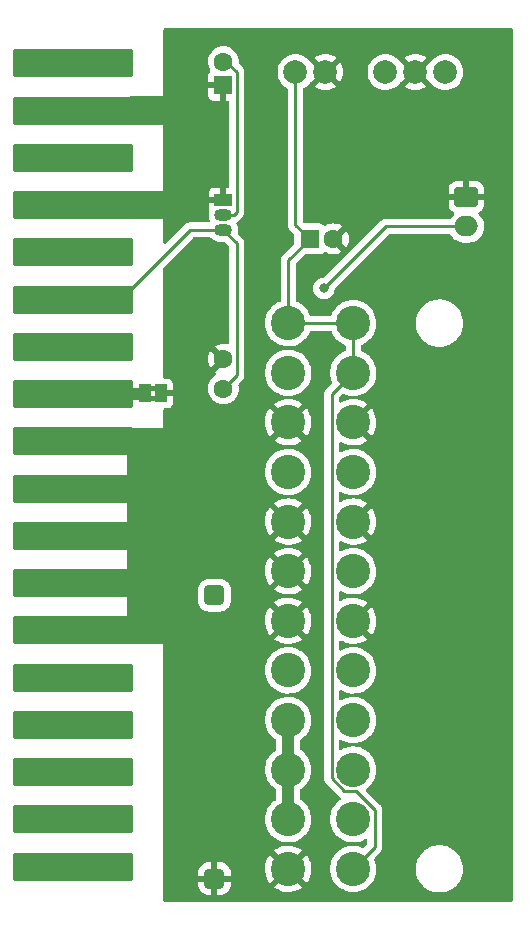
<source format=gbr>
%TF.GenerationSoftware,KiCad,Pcbnew,(6.0.8-1)-1*%
%TF.CreationDate,2022-11-05T20:05:49-05:00*%
%TF.ProjectId,VT100_ATX_DCDC,56543130-305f-4415-9458-5f444344432e,rev?*%
%TF.SameCoordinates,Original*%
%TF.FileFunction,Copper,L1,Top*%
%TF.FilePolarity,Positive*%
%FSLAX46Y46*%
G04 Gerber Fmt 4.6, Leading zero omitted, Abs format (unit mm)*
G04 Created by KiCad (PCBNEW (6.0.8-1)-1) date 2022-11-05 20:05:49*
%MOMM*%
%LPD*%
G01*
G04 APERTURE LIST*
G04 Aperture macros list*
%AMRoundRect*
0 Rectangle with rounded corners*
0 $1 Rounding radius*
0 $2 $3 $4 $5 $6 $7 $8 $9 X,Y pos of 4 corners*
0 Add a 4 corners polygon primitive as box body*
4,1,4,$2,$3,$4,$5,$6,$7,$8,$9,$2,$3,0*
0 Add four circle primitives for the rounded corners*
1,1,$1+$1,$2,$3*
1,1,$1+$1,$4,$5*
1,1,$1+$1,$6,$7*
1,1,$1+$1,$8,$9*
0 Add four rect primitives between the rounded corners*
20,1,$1+$1,$2,$3,$4,$5,0*
20,1,$1+$1,$4,$5,$6,$7,0*
20,1,$1+$1,$6,$7,$8,$9,0*
20,1,$1+$1,$8,$9,$2,$3,0*%
G04 Aperture macros list end*
%TA.AperFunction,ComponentPad*%
%ADD10C,2.000000*%
%TD*%
%TA.AperFunction,ComponentPad*%
%ADD11C,1.600000*%
%TD*%
%TA.AperFunction,ComponentPad*%
%ADD12RoundRect,0.250000X-0.750000X0.600000X-0.750000X-0.600000X0.750000X-0.600000X0.750000X0.600000X0*%
%TD*%
%TA.AperFunction,ComponentPad*%
%ADD13O,2.000000X1.700000*%
%TD*%
%TA.AperFunction,ComponentPad*%
%ADD14R,1.600000X1.600000*%
%TD*%
%TA.AperFunction,ComponentPad*%
%ADD15RoundRect,0.120000X4.980000X1.080000X-4.980000X1.080000X-4.980000X-1.080000X4.980000X-1.080000X0*%
%TD*%
%TA.AperFunction,ComponentPad*%
%ADD16RoundRect,0.437500X-0.437500X0.437500X-0.437500X-0.437500X0.437500X-0.437500X0.437500X0.437500X0*%
%TD*%
%TA.AperFunction,ComponentPad*%
%ADD17R,1.500000X1.050000*%
%TD*%
%TA.AperFunction,ComponentPad*%
%ADD18O,1.500000X1.050000*%
%TD*%
%TA.AperFunction,ComponentPad*%
%ADD19C,2.898140*%
%TD*%
%TA.AperFunction,SMDPad,CuDef*%
%ADD20R,1.000000X1.500000*%
%TD*%
%TA.AperFunction,ViaPad*%
%ADD21C,0.800000*%
%TD*%
%TA.AperFunction,Conductor*%
%ADD22C,0.250000*%
%TD*%
%TA.AperFunction,Conductor*%
%ADD23C,1.000000*%
%TD*%
G04 APERTURE END LIST*
%TO.C,JP1*%
G36*
X52970000Y-82769000D02*
G01*
X52470000Y-82769000D01*
X52470000Y-82369000D01*
X52970000Y-82369000D01*
X52970000Y-82769000D01*
G37*
G36*
X52970000Y-81969000D02*
G01*
X52470000Y-81969000D01*
X52470000Y-81569000D01*
X52970000Y-81569000D01*
X52970000Y-81969000D01*
G37*
%TD*%
D10*
%TO.P,U1,1,Vin*%
%TO.N,+3.3V*%
X64770000Y-54959000D03*
%TO.P,U1,2,GND*%
%TO.N,GND*%
X67310000Y-54959000D03*
%TO.P,U1,4,-Vo*%
%TO.N,Net-(C3-Pad2)*%
X72390000Y-54959000D03*
%TO.P,U1,5,0V*%
%TO.N,GND*%
X74930000Y-54959000D03*
%TO.P,U1,6,+Vo*%
%TO.N,unconnected-(U1-Pad6)*%
X77470000Y-54959000D03*
%TD*%
D11*
%TO.P,C1,1*%
%TO.N,GND*%
X58674000Y-79268000D03*
%TO.P,C1,2*%
%TO.N,-23V*%
X58674000Y-81768000D03*
%TD*%
D12*
%TO.P,J1,1,Pin_1*%
%TO.N,GND*%
X79248000Y-65532000D03*
D13*
%TO.P,J1,2,Pin_2*%
%TO.N,Net-(J1-Pad2)*%
X79248000Y-68032000D03*
%TD*%
D14*
%TO.P,C3,1*%
%TO.N,GND*%
X58674000Y-56073100D03*
D11*
%TO.P,C3,2*%
%TO.N,Net-(C3-Pad2)*%
X58674000Y-54073100D03*
%TD*%
D15*
%TO.P,U2,1,A_+12V*%
%TO.N,+12V*%
X45931000Y-54233000D03*
%TO.P,U2,2,B_GND*%
%TO.N,GND*%
X45931000Y-58233000D03*
%TO.P,U2,3,C_+12V*%
%TO.N,+12V*%
X45931000Y-62233000D03*
%TO.P,U2,4,D_GND*%
%TO.N,GND*%
X45931000Y-66233000D03*
%TO.P,U2,5,E_-12V*%
%TO.N,-12V*%
X45931000Y-70233000D03*
%TO.P,U2,6,F_-23V*%
%TO.N,-23V*%
X45931000Y-74233000D03*
%TO.P,U2,7,H_NC*%
%TO.N,unconnected-(U2-Pad7)*%
X45931000Y-78233000D03*
%TO.P,U2,8,J_GND_+12V*%
%TO.N,GND_+12V*%
X45931000Y-82233000D03*
%TO.P,U2,9,K_GND*%
%TO.N,GND*%
X45931000Y-86233000D03*
%TO.P,U2,10,L_GND*%
X45931000Y-90233000D03*
%TO.P,U2,11,M_GND*%
X45931000Y-94233000D03*
%TO.P,U2,12,N_GND*%
X45931000Y-98233000D03*
%TO.P,U2,13,P_GND*%
X45931000Y-102233000D03*
%TO.P,U2,14,R_+5V*%
%TO.N,+5V*%
X45931000Y-106233000D03*
%TO.P,U2,15,S_+5V*%
X45931000Y-110233000D03*
%TO.P,U2,16,T_+5V*%
X45931000Y-114233000D03*
%TO.P,U2,17,U_+5V*%
X45931000Y-118233000D03*
%TO.P,U2,18,V_+5V*%
X45931000Y-122233000D03*
%TD*%
D16*
%TO.P,R1,1*%
%TO.N,+5V*%
X57912000Y-99252000D03*
%TO.P,R1,2*%
%TO.N,GND*%
X57912000Y-123252000D03*
%TD*%
D14*
%TO.P,C2,1*%
%TO.N,+3.3V*%
X65973900Y-69088000D03*
D11*
%TO.P,C2,2*%
%TO.N,GND*%
X67973900Y-69088000D03*
%TD*%
D17*
%TO.P,U3,1,Ground*%
%TO.N,GND*%
X58674000Y-65786000D03*
D18*
%TO.P,U3,2,Input*%
%TO.N,Net-(C3-Pad2)*%
X58674000Y-67056000D03*
%TO.P,U3,3,Output*%
%TO.N,-23V*%
X58674000Y-68326000D03*
%TD*%
D19*
%TO.P,J2,1,+3.3V*%
%TO.N,+3.3V*%
X69662040Y-76215240D03*
%TO.P,J2,2,+3.3V*%
X69662040Y-80416400D03*
%TO.P,J2,3,GND*%
%TO.N,GND*%
X69662040Y-84615020D03*
%TO.P,J2,4,+5V*%
%TO.N,+5V*%
X69662040Y-88816180D03*
%TO.P,J2,5,GND*%
%TO.N,GND*%
X69662040Y-93014800D03*
%TO.P,J2,6,+5V*%
%TO.N,+5V*%
X69662040Y-97215960D03*
%TO.P,J2,7,GND*%
%TO.N,GND*%
X69662040Y-101412040D03*
%TO.P,J2,8,PWR_OK*%
%TO.N,unconnected-(J2-Pad8)*%
X69662040Y-105613200D03*
%TO.P,J2,9,+5VSB*%
%TO.N,unconnected-(J2-Pad9)*%
X69662040Y-109811820D03*
%TO.P,J2,10,+12V*%
%TO.N,+12V*%
X69662040Y-114012980D03*
%TO.P,J2,11,+12V*%
X69662040Y-118211600D03*
%TO.P,J2,12,+3.3V*%
%TO.N,+3.3V*%
X69662040Y-122412760D03*
%TO.P,J2,13,+3.3V*%
X64162940Y-76215240D03*
%TO.P,J2,14,-12V*%
%TO.N,-12V*%
X64162940Y-80416400D03*
%TO.P,J2,15,GND*%
%TO.N,GND*%
X64162940Y-84615020D03*
%TO.P,J2,16,PS_ON#*%
%TO.N,Net-(J1-Pad2)*%
X64162940Y-88816180D03*
%TO.P,J2,17,GND*%
%TO.N,GND*%
X64162940Y-93014800D03*
%TO.P,J2,18,GND*%
X64162940Y-97215960D03*
%TO.P,J2,19,GND*%
X64162940Y-101412040D03*
%TO.P,J2,20,NC*%
%TO.N,unconnected-(J2-Pad20)*%
X64162940Y-105613200D03*
%TO.P,J2,21,+5V*%
%TO.N,+5V*%
X64162940Y-109811820D03*
%TO.P,J2,22,+5V*%
X64162940Y-114012980D03*
%TO.P,J2,23,+5V*%
X64162940Y-118211600D03*
%TO.P,J2,24,GND*%
%TO.N,GND*%
X64162940Y-122412760D03*
%TD*%
D20*
%TO.P,JP1,1,A*%
%TO.N,GND*%
X53370000Y-82169000D03*
%TO.P,JP1,2,B*%
%TO.N,GND_+12V*%
X52070000Y-82169000D03*
%TD*%
D21*
%TO.N,Net-(J1-Pad2)*%
X67183000Y-73279000D03*
%TD*%
D22*
%TO.N,Net-(J1-Pad2)*%
X67183000Y-73279000D02*
X72430000Y-68032000D01*
X72430000Y-68032000D02*
X79248000Y-68032000D01*
%TO.N,Net-(C3-Pad2)*%
X58674000Y-54073100D02*
X58924000Y-54073100D01*
X58924000Y-54073100D02*
X59799000Y-54948100D01*
X59799000Y-54948100D02*
X59799000Y-66820000D01*
X59799000Y-66820000D02*
X59563000Y-67056000D01*
X59563000Y-67056000D02*
X58674000Y-67056000D01*
%TO.N,+3.3V*%
X64770000Y-54959000D02*
X64770000Y-67884100D01*
X64770000Y-67884100D02*
X65973900Y-69088000D01*
X71486110Y-120588690D02*
X71486110Y-117456045D01*
X71486110Y-117456045D02*
X69867115Y-115837050D01*
X69867115Y-115837050D02*
X68906485Y-115837050D01*
X69662040Y-122412760D02*
X71486110Y-120588690D01*
X68906485Y-115837050D02*
X67837970Y-114768535D01*
X67837970Y-114768535D02*
X67837970Y-82240470D01*
X67837970Y-82240470D02*
X69662040Y-80416400D01*
X64162940Y-76215240D02*
X64162940Y-70898960D01*
X64162940Y-70898960D02*
X65973900Y-69088000D01*
%TO.N,-23V*%
X49931000Y-74233000D02*
X55838000Y-68326000D01*
X55838000Y-68326000D02*
X58674000Y-68326000D01*
X58674000Y-81768000D02*
X59799000Y-80643000D01*
X59799000Y-80643000D02*
X59799000Y-69451000D01*
X59799000Y-69451000D02*
X58674000Y-68326000D01*
D23*
%TO.N,GND_+12V*%
X49931000Y-82233000D02*
X52006000Y-82233000D01*
X52006000Y-82233000D02*
X52070000Y-82169000D01*
D22*
%TO.N,+3.3V*%
X69662040Y-80416400D02*
X69662040Y-76215240D01*
X64162940Y-76215240D02*
X69662040Y-76215240D01*
D23*
%TO.N,+5V*%
X64162940Y-114012980D02*
X64162940Y-109811820D01*
X64162940Y-118211600D02*
X64162940Y-114012980D01*
%TD*%
%TA.AperFunction,Conductor*%
%TO.N,GND*%
G36*
X83075898Y-51259515D02*
G01*
X83100141Y-51279808D01*
X83151363Y-51335008D01*
X83183035Y-51398546D01*
X83185000Y-51420711D01*
X83185000Y-125085683D01*
X83164998Y-125153804D01*
X83148095Y-125174778D01*
X83138278Y-125184595D01*
X83075966Y-125218621D01*
X83049183Y-125221500D01*
X53720000Y-125221500D01*
X53651879Y-125201498D01*
X53605386Y-125147842D01*
X53594000Y-125095500D01*
X53594000Y-123741330D01*
X56529001Y-123741330D01*
X56529251Y-123746930D01*
X56538611Y-123851826D01*
X56540796Y-123863558D01*
X56590331Y-124036309D01*
X56595042Y-124048087D01*
X56678127Y-124207014D01*
X56685112Y-124217607D01*
X56798454Y-124356577D01*
X56807423Y-124365546D01*
X56946393Y-124478888D01*
X56956986Y-124485873D01*
X57115913Y-124568958D01*
X57127691Y-124573669D01*
X57300439Y-124623203D01*
X57312175Y-124625389D01*
X57417072Y-124634751D01*
X57422667Y-124635000D01*
X57639885Y-124635000D01*
X57655124Y-124630525D01*
X57656329Y-124629135D01*
X57658000Y-124621452D01*
X57658000Y-124616884D01*
X58166000Y-124616884D01*
X58170475Y-124632123D01*
X58171865Y-124633328D01*
X58179548Y-124634999D01*
X58401330Y-124634999D01*
X58406930Y-124634749D01*
X58511826Y-124625389D01*
X58523558Y-124623204D01*
X58696309Y-124573669D01*
X58708087Y-124568958D01*
X58867014Y-124485873D01*
X58877607Y-124478888D01*
X59016577Y-124365546D01*
X59025546Y-124356577D01*
X59138888Y-124217607D01*
X59145873Y-124207014D01*
X59228958Y-124048087D01*
X59233669Y-124036309D01*
X59253988Y-123965447D01*
X62975420Y-123965447D01*
X62982810Y-123975749D01*
X63031283Y-124015212D01*
X63038562Y-124020327D01*
X63268360Y-124158677D01*
X63276284Y-124162714D01*
X63523289Y-124267308D01*
X63531694Y-124270186D01*
X63790983Y-124338934D01*
X63799704Y-124340598D01*
X64066098Y-124372128D01*
X64074963Y-124372546D01*
X64343128Y-124366226D01*
X64351988Y-124365389D01*
X64616574Y-124321350D01*
X64625231Y-124319271D01*
X64880980Y-124238389D01*
X64889241Y-124235118D01*
X65131045Y-124119005D01*
X65138770Y-124114599D01*
X65343587Y-123977745D01*
X65351875Y-123967827D01*
X65344618Y-123953648D01*
X64175752Y-122784782D01*
X64161808Y-122777168D01*
X64159975Y-122777299D01*
X64153360Y-122781550D01*
X62982586Y-123952324D01*
X62975420Y-123965447D01*
X59253988Y-123965447D01*
X59283203Y-123863561D01*
X59285389Y-123851825D01*
X59294751Y-123746928D01*
X59295000Y-123741333D01*
X59295000Y-123524115D01*
X59290525Y-123508876D01*
X59289135Y-123507671D01*
X59281452Y-123506000D01*
X58184115Y-123506000D01*
X58168876Y-123510475D01*
X58167671Y-123511865D01*
X58166000Y-123519548D01*
X58166000Y-124616884D01*
X57658000Y-124616884D01*
X57658000Y-123524115D01*
X57653525Y-123508876D01*
X57652135Y-123507671D01*
X57644452Y-123506000D01*
X56547116Y-123506000D01*
X56531877Y-123510475D01*
X56530672Y-123511865D01*
X56529001Y-123519548D01*
X56529001Y-123741330D01*
X53594000Y-123741330D01*
X53594000Y-122979885D01*
X56529000Y-122979885D01*
X56533475Y-122995124D01*
X56534865Y-122996329D01*
X56542548Y-122998000D01*
X57639885Y-122998000D01*
X57655124Y-122993525D01*
X57656329Y-122992135D01*
X57658000Y-122984452D01*
X57658000Y-122979885D01*
X58166000Y-122979885D01*
X58170475Y-122995124D01*
X58171865Y-122996329D01*
X58179548Y-122998000D01*
X59276884Y-122998000D01*
X59292123Y-122993525D01*
X59293328Y-122992135D01*
X59294999Y-122984452D01*
X59294999Y-122762670D01*
X59294749Y-122757070D01*
X59285389Y-122652174D01*
X59283204Y-122640442D01*
X59233669Y-122467691D01*
X59228958Y-122455913D01*
X59176506Y-122355582D01*
X62202014Y-122355582D01*
X62212545Y-122623617D01*
X62213520Y-122632446D01*
X62261713Y-122896327D01*
X62263922Y-122904929D01*
X62348814Y-123159382D01*
X62352218Y-123167600D01*
X62472116Y-123407554D01*
X62476634Y-123415193D01*
X62599019Y-123592271D01*
X62609337Y-123600622D01*
X62622992Y-123593498D01*
X63790918Y-122425572D01*
X63797296Y-122413892D01*
X64527348Y-122413892D01*
X64527479Y-122415725D01*
X64531730Y-122422340D01*
X65703286Y-123593896D01*
X65716686Y-123601213D01*
X65726591Y-123594226D01*
X65747422Y-123569443D01*
X65752642Y-123562258D01*
X65894595Y-123334645D01*
X65898747Y-123326805D01*
X66007215Y-123081454D01*
X66010221Y-123073104D01*
X66083034Y-122814928D01*
X66084835Y-122806235D01*
X66120710Y-122539141D01*
X66121238Y-122532748D01*
X66124908Y-122415982D01*
X66124781Y-122409539D01*
X66105750Y-122140751D01*
X66104497Y-122131948D01*
X66048039Y-121869712D01*
X66045560Y-121861179D01*
X65952717Y-121609517D01*
X65949062Y-121601422D01*
X65821686Y-121365353D01*
X65816924Y-121357848D01*
X65725787Y-121234458D01*
X65714662Y-121226018D01*
X65702066Y-121232844D01*
X64534962Y-122399948D01*
X64527348Y-122413892D01*
X63797296Y-122413892D01*
X63798532Y-122411628D01*
X63798401Y-122409795D01*
X63794150Y-122403180D01*
X62623817Y-121232847D01*
X62610977Y-121225836D01*
X62600285Y-121233633D01*
X62542910Y-121306414D01*
X62537915Y-121313763D01*
X62403179Y-121545728D01*
X62399280Y-121553686D01*
X62298575Y-121802314D01*
X62295826Y-121810776D01*
X62231163Y-122071096D01*
X62229634Y-122079857D01*
X62202293Y-122346699D01*
X62202014Y-122355582D01*
X59176506Y-122355582D01*
X59145873Y-122296986D01*
X59138888Y-122286393D01*
X59025546Y-122147423D01*
X59016577Y-122138454D01*
X58877607Y-122025112D01*
X58867014Y-122018127D01*
X58708087Y-121935042D01*
X58696309Y-121930331D01*
X58523561Y-121880797D01*
X58511825Y-121878611D01*
X58406928Y-121869249D01*
X58401333Y-121869000D01*
X58184115Y-121869000D01*
X58168876Y-121873475D01*
X58167671Y-121874865D01*
X58166000Y-121882548D01*
X58166000Y-122979885D01*
X57658000Y-122979885D01*
X57658000Y-121887116D01*
X57653525Y-121871877D01*
X57652135Y-121870672D01*
X57644452Y-121869001D01*
X57422670Y-121869001D01*
X57417070Y-121869251D01*
X57312174Y-121878611D01*
X57300442Y-121880796D01*
X57127691Y-121930331D01*
X57115913Y-121935042D01*
X56956986Y-122018127D01*
X56946393Y-122025112D01*
X56807423Y-122138454D01*
X56798454Y-122147423D01*
X56685112Y-122286393D01*
X56678127Y-122296986D01*
X56595042Y-122455913D01*
X56590331Y-122467691D01*
X56540797Y-122640439D01*
X56538611Y-122652175D01*
X56529249Y-122757072D01*
X56529000Y-122762667D01*
X56529000Y-122979885D01*
X53594000Y-122979885D01*
X53594000Y-120860272D01*
X62975807Y-120860272D01*
X62982787Y-120873397D01*
X64150128Y-122040738D01*
X64164072Y-122048352D01*
X64165905Y-122048221D01*
X64172520Y-122043970D01*
X65342755Y-120873735D01*
X65349609Y-120861183D01*
X65341402Y-120850113D01*
X65243702Y-120775550D01*
X65236277Y-120770673D01*
X65002238Y-120639605D01*
X64994185Y-120635816D01*
X64744022Y-120539035D01*
X64735532Y-120536423D01*
X64474214Y-120475853D01*
X64465436Y-120474463D01*
X64198191Y-120451317D01*
X64189320Y-120451177D01*
X63921471Y-120465918D01*
X63912661Y-120467032D01*
X63649575Y-120519362D01*
X63641000Y-120521708D01*
X63387916Y-120610584D01*
X63379749Y-120614118D01*
X63141713Y-120737769D01*
X63134141Y-120742409D01*
X62984210Y-120849550D01*
X62975807Y-120860272D01*
X53594000Y-120860272D01*
X53594000Y-118149954D01*
X62201338Y-118149954D01*
X62212222Y-118426961D01*
X62262028Y-118699671D01*
X62349762Y-118962643D01*
X62473674Y-119210629D01*
X62631291Y-119438682D01*
X62819468Y-119642252D01*
X62822922Y-119645064D01*
X63030995Y-119814462D01*
X63030999Y-119814465D01*
X63034452Y-119817276D01*
X63271952Y-119960263D01*
X63276047Y-119961997D01*
X63276049Y-119961998D01*
X63451640Y-120036351D01*
X63527229Y-120068359D01*
X63531522Y-120069497D01*
X63531527Y-120069499D01*
X63671302Y-120106559D01*
X63795191Y-120139407D01*
X64070490Y-120171991D01*
X64347634Y-120165460D01*
X64504160Y-120139407D01*
X64616703Y-120120675D01*
X64616707Y-120120674D01*
X64621093Y-120119944D01*
X64625334Y-120118603D01*
X64625337Y-120118602D01*
X64881164Y-120037694D01*
X64881166Y-120037693D01*
X64885410Y-120036351D01*
X64889421Y-120034425D01*
X64889426Y-120034423D01*
X65131293Y-119918280D01*
X65131294Y-119918279D01*
X65135312Y-119916350D01*
X65161147Y-119899088D01*
X65362105Y-119764813D01*
X65362109Y-119764810D01*
X65365813Y-119762335D01*
X65369130Y-119759364D01*
X65369134Y-119759361D01*
X65568995Y-119580350D01*
X65568996Y-119580349D01*
X65572313Y-119577378D01*
X65750692Y-119365170D01*
X65897392Y-119129945D01*
X66009484Y-118876397D01*
X66084733Y-118609584D01*
X66108674Y-118431341D01*
X66121210Y-118338013D01*
X66121211Y-118338005D01*
X66121637Y-118334831D01*
X66125510Y-118211600D01*
X66105931Y-117935071D01*
X66047584Y-117664060D01*
X65965825Y-117442443D01*
X65953174Y-117408151D01*
X65951633Y-117403974D01*
X65819993Y-117160002D01*
X65817352Y-117156427D01*
X65817348Y-117156420D01*
X65657943Y-116940605D01*
X65655290Y-116937013D01*
X65613207Y-116894263D01*
X65463942Y-116742636D01*
X65460811Y-116739455D01*
X65457272Y-116736754D01*
X65457265Y-116736748D01*
X65243981Y-116573975D01*
X65243977Y-116573972D01*
X65240436Y-116571270D01*
X65235879Y-116568718D01*
X65235702Y-116568537D01*
X65232826Y-116566648D01*
X65233238Y-116566020D01*
X65186216Y-116517986D01*
X65171440Y-116458781D01*
X65171440Y-115760939D01*
X65191442Y-115692818D01*
X65227438Y-115656174D01*
X65362105Y-115566193D01*
X65362109Y-115566190D01*
X65365813Y-115563715D01*
X65369130Y-115560744D01*
X65369134Y-115560741D01*
X65568995Y-115381730D01*
X65568996Y-115381729D01*
X65572313Y-115378758D01*
X65750692Y-115166550D01*
X65897392Y-114931325D01*
X65902636Y-114919465D01*
X65995926Y-114708444D01*
X66009484Y-114677777D01*
X66084733Y-114410964D01*
X66108674Y-114232721D01*
X66121210Y-114139393D01*
X66121211Y-114139385D01*
X66121637Y-114136211D01*
X66125510Y-114012980D01*
X66105931Y-113736451D01*
X66047584Y-113465440D01*
X65951633Y-113205354D01*
X65819993Y-112961382D01*
X65817352Y-112957807D01*
X65817348Y-112957800D01*
X65657943Y-112741985D01*
X65655290Y-112738393D01*
X65613207Y-112695643D01*
X65463942Y-112544016D01*
X65460811Y-112540835D01*
X65457272Y-112538134D01*
X65457265Y-112538128D01*
X65243981Y-112375355D01*
X65243977Y-112375352D01*
X65240436Y-112372650D01*
X65235879Y-112370098D01*
X65235702Y-112369917D01*
X65232826Y-112368028D01*
X65233238Y-112367400D01*
X65186216Y-112319366D01*
X65171440Y-112260161D01*
X65171440Y-111559779D01*
X65191442Y-111491658D01*
X65227438Y-111455014D01*
X65362105Y-111365033D01*
X65362109Y-111365030D01*
X65365813Y-111362555D01*
X65369130Y-111359584D01*
X65369134Y-111359581D01*
X65568995Y-111180570D01*
X65568996Y-111180569D01*
X65572313Y-111177598D01*
X65750692Y-110965390D01*
X65897392Y-110730165D01*
X66009484Y-110476617D01*
X66084733Y-110209804D01*
X66108674Y-110031561D01*
X66121210Y-109938233D01*
X66121211Y-109938225D01*
X66121637Y-109935051D01*
X66125510Y-109811820D01*
X66105931Y-109535291D01*
X66047584Y-109264280D01*
X65951633Y-109004194D01*
X65819993Y-108760222D01*
X65817352Y-108756647D01*
X65817348Y-108756640D01*
X65657943Y-108540825D01*
X65655290Y-108537233D01*
X65642756Y-108524500D01*
X65463942Y-108342856D01*
X65460811Y-108339675D01*
X65457272Y-108336974D01*
X65457265Y-108336968D01*
X65243976Y-108174192D01*
X65240436Y-108171490D01*
X65188244Y-108142261D01*
X65002453Y-108038213D01*
X65002452Y-108038213D01*
X64998562Y-108036034D01*
X64948833Y-108016795D01*
X64744170Y-107937616D01*
X64744164Y-107937614D01*
X64740015Y-107936009D01*
X64735683Y-107935005D01*
X64735680Y-107935004D01*
X64625345Y-107909430D01*
X64469954Y-107873412D01*
X64193767Y-107849492D01*
X64189332Y-107849736D01*
X64189328Y-107849736D01*
X64076885Y-107855924D01*
X63916965Y-107864725D01*
X63645071Y-107918809D01*
X63523395Y-107961538D01*
X63387716Y-108009184D01*
X63387708Y-108009187D01*
X63383509Y-108010662D01*
X63379556Y-108012715D01*
X63379550Y-108012718D01*
X63330471Y-108038213D01*
X63137500Y-108138454D01*
X63133885Y-108141037D01*
X63133879Y-108141041D01*
X62991374Y-108242877D01*
X62911951Y-108299634D01*
X62711362Y-108490986D01*
X62708606Y-108494482D01*
X62708605Y-108494483D01*
X62682731Y-108527304D01*
X62539736Y-108708692D01*
X62537499Y-108712544D01*
X62402732Y-108944562D01*
X62402729Y-108944568D01*
X62400498Y-108948409D01*
X62296425Y-109205353D01*
X62295354Y-109209666D01*
X62295352Y-109209671D01*
X62249045Y-109396091D01*
X62229594Y-109474397D01*
X62201338Y-109750174D01*
X62212222Y-110027181D01*
X62262028Y-110299891D01*
X62349762Y-110562863D01*
X62473674Y-110810849D01*
X62631291Y-111038902D01*
X62819468Y-111242472D01*
X62822922Y-111245284D01*
X63030995Y-111414682D01*
X63030999Y-111414685D01*
X63034452Y-111417496D01*
X63038274Y-111419797D01*
X63093429Y-111453003D01*
X63141472Y-111505274D01*
X63154440Y-111560949D01*
X63154440Y-112262684D01*
X63134438Y-112330805D01*
X63101699Y-112365198D01*
X63000540Y-112437487D01*
X62915572Y-112498206D01*
X62915569Y-112498209D01*
X62911951Y-112500794D01*
X62872815Y-112538128D01*
X62752984Y-112652441D01*
X62711362Y-112692146D01*
X62539736Y-112909852D01*
X62537499Y-112913704D01*
X62402732Y-113145722D01*
X62402729Y-113145728D01*
X62400498Y-113149569D01*
X62296425Y-113406513D01*
X62295354Y-113410826D01*
X62295352Y-113410831D01*
X62249045Y-113597251D01*
X62229594Y-113675557D01*
X62201338Y-113951334D01*
X62212222Y-114228341D01*
X62262028Y-114501051D01*
X62349762Y-114764023D01*
X62401928Y-114868424D01*
X62457519Y-114979677D01*
X62473674Y-115012009D01*
X62631291Y-115240062D01*
X62819468Y-115443632D01*
X62822922Y-115446444D01*
X63030995Y-115615842D01*
X63030999Y-115615845D01*
X63034452Y-115618656D01*
X63038274Y-115620957D01*
X63093429Y-115654163D01*
X63141472Y-115706434D01*
X63154440Y-115762109D01*
X63154440Y-116461304D01*
X63134438Y-116529425D01*
X63101699Y-116563818D01*
X63000540Y-116636107D01*
X62915572Y-116696826D01*
X62915569Y-116696829D01*
X62911951Y-116699414D01*
X62711362Y-116890766D01*
X62708606Y-116894262D01*
X62708605Y-116894263D01*
X62568876Y-117071508D01*
X62539736Y-117108472D01*
X62485148Y-117202452D01*
X62402732Y-117344342D01*
X62402729Y-117344348D01*
X62400498Y-117348189D01*
X62398828Y-117352312D01*
X62324908Y-117534813D01*
X62296425Y-117605133D01*
X62295354Y-117609446D01*
X62295352Y-117609451D01*
X62249045Y-117795871D01*
X62229594Y-117874177D01*
X62201338Y-118149954D01*
X53594000Y-118149954D01*
X53594000Y-105551554D01*
X62201338Y-105551554D01*
X62212222Y-105828561D01*
X62262028Y-106101271D01*
X62349762Y-106364243D01*
X62473674Y-106612229D01*
X62631291Y-106840282D01*
X62819468Y-107043852D01*
X62822922Y-107046664D01*
X63030995Y-107216062D01*
X63030999Y-107216065D01*
X63034452Y-107218876D01*
X63271952Y-107361863D01*
X63276047Y-107363597D01*
X63276049Y-107363598D01*
X63451640Y-107437951D01*
X63527229Y-107469959D01*
X63531522Y-107471097D01*
X63531527Y-107471099D01*
X63671302Y-107508159D01*
X63795191Y-107541007D01*
X64070490Y-107573591D01*
X64347634Y-107567060D01*
X64504160Y-107541007D01*
X64616703Y-107522275D01*
X64616707Y-107522274D01*
X64621093Y-107521544D01*
X64625334Y-107520203D01*
X64625337Y-107520202D01*
X64881164Y-107439294D01*
X64881166Y-107439293D01*
X64885410Y-107437951D01*
X64889421Y-107436025D01*
X64889426Y-107436023D01*
X65131293Y-107319880D01*
X65131294Y-107319879D01*
X65135312Y-107317950D01*
X65139018Y-107315474D01*
X65362105Y-107166413D01*
X65362109Y-107166410D01*
X65365813Y-107163935D01*
X65369130Y-107160964D01*
X65369134Y-107160961D01*
X65568995Y-106981950D01*
X65568996Y-106981949D01*
X65572313Y-106978978D01*
X65750692Y-106766770D01*
X65897392Y-106531545D01*
X66009484Y-106277997D01*
X66084733Y-106011184D01*
X66108674Y-105832941D01*
X66121210Y-105739613D01*
X66121211Y-105739605D01*
X66121637Y-105736431D01*
X66125510Y-105613200D01*
X66105931Y-105336671D01*
X66047584Y-105065660D01*
X65951633Y-104805574D01*
X65819993Y-104561602D01*
X65817352Y-104558027D01*
X65817348Y-104558020D01*
X65657943Y-104342205D01*
X65655290Y-104338613D01*
X65613207Y-104295863D01*
X65463942Y-104144236D01*
X65460811Y-104141055D01*
X65457272Y-104138354D01*
X65457265Y-104138348D01*
X65243976Y-103975572D01*
X65240436Y-103972870D01*
X65188244Y-103943641D01*
X65002453Y-103839593D01*
X65002452Y-103839593D01*
X64998562Y-103837414D01*
X64948833Y-103818175D01*
X64744170Y-103738996D01*
X64744164Y-103738994D01*
X64740015Y-103737389D01*
X64735683Y-103736385D01*
X64735680Y-103736384D01*
X64625345Y-103710810D01*
X64469954Y-103674792D01*
X64193767Y-103650872D01*
X64189332Y-103651116D01*
X64189328Y-103651116D01*
X64076885Y-103657304D01*
X63916965Y-103666105D01*
X63645071Y-103720189D01*
X63523395Y-103762918D01*
X63387716Y-103810564D01*
X63387708Y-103810567D01*
X63383509Y-103812042D01*
X63379556Y-103814095D01*
X63379550Y-103814098D01*
X63330471Y-103839593D01*
X63137500Y-103939834D01*
X63133885Y-103942417D01*
X63133879Y-103942421D01*
X62991374Y-104044257D01*
X62911951Y-104101014D01*
X62711362Y-104292366D01*
X62539736Y-104510072D01*
X62537499Y-104513924D01*
X62402732Y-104745942D01*
X62402729Y-104745948D01*
X62400498Y-104749789D01*
X62398828Y-104753912D01*
X62339086Y-104901409D01*
X62296425Y-105006733D01*
X62295354Y-105011046D01*
X62295352Y-105011051D01*
X62275858Y-105089530D01*
X62229594Y-105275777D01*
X62201338Y-105551554D01*
X53594000Y-105551554D01*
X53594000Y-103378000D01*
X50672000Y-103378000D01*
X50603879Y-103357998D01*
X50557386Y-103304342D01*
X50546000Y-103252000D01*
X50546000Y-102964727D01*
X62975420Y-102964727D01*
X62982810Y-102975029D01*
X63031283Y-103014492D01*
X63038562Y-103019607D01*
X63268360Y-103157957D01*
X63276284Y-103161994D01*
X63523289Y-103266588D01*
X63531694Y-103269466D01*
X63790983Y-103338214D01*
X63799704Y-103339878D01*
X64066098Y-103371408D01*
X64074963Y-103371826D01*
X64343128Y-103365506D01*
X64351988Y-103364669D01*
X64616574Y-103320630D01*
X64625231Y-103318551D01*
X64880980Y-103237669D01*
X64889241Y-103234398D01*
X65131045Y-103118285D01*
X65138770Y-103113879D01*
X65343587Y-102977025D01*
X65351875Y-102967107D01*
X65344618Y-102952928D01*
X64175752Y-101784062D01*
X64161808Y-101776448D01*
X64159975Y-101776579D01*
X64153360Y-101780830D01*
X62982586Y-102951604D01*
X62975420Y-102964727D01*
X50546000Y-102964727D01*
X50546000Y-101354862D01*
X62202014Y-101354862D01*
X62212545Y-101622897D01*
X62213520Y-101631726D01*
X62261713Y-101895607D01*
X62263922Y-101904209D01*
X62348814Y-102158662D01*
X62352218Y-102166880D01*
X62472116Y-102406834D01*
X62476634Y-102414473D01*
X62599019Y-102591551D01*
X62609337Y-102599902D01*
X62622992Y-102592778D01*
X63790918Y-101424852D01*
X63797296Y-101413172D01*
X64527348Y-101413172D01*
X64527479Y-101415005D01*
X64531730Y-101421620D01*
X65703286Y-102593176D01*
X65716686Y-102600493D01*
X65726591Y-102593506D01*
X65747422Y-102568723D01*
X65752642Y-102561538D01*
X65894595Y-102333925D01*
X65898747Y-102326085D01*
X66007215Y-102080734D01*
X66010221Y-102072384D01*
X66083034Y-101814208D01*
X66084835Y-101805515D01*
X66120710Y-101538421D01*
X66121238Y-101532028D01*
X66124908Y-101415262D01*
X66124781Y-101408819D01*
X66105750Y-101140031D01*
X66104497Y-101131228D01*
X66048039Y-100868992D01*
X66045560Y-100860459D01*
X65952717Y-100608797D01*
X65949062Y-100600702D01*
X65821686Y-100364633D01*
X65816924Y-100357128D01*
X65725787Y-100233738D01*
X65714662Y-100225298D01*
X65702066Y-100232124D01*
X64534962Y-101399228D01*
X64527348Y-101413172D01*
X63797296Y-101413172D01*
X63798532Y-101410908D01*
X63798401Y-101409075D01*
X63794150Y-101402460D01*
X62623817Y-100232127D01*
X62610977Y-100225116D01*
X62600285Y-100232913D01*
X62542910Y-100305694D01*
X62537915Y-100313043D01*
X62403179Y-100545008D01*
X62399280Y-100552966D01*
X62298575Y-100801594D01*
X62295826Y-100810056D01*
X62231163Y-101070376D01*
X62229634Y-101079137D01*
X62202293Y-101345979D01*
X62202014Y-101354862D01*
X50546000Y-101354862D01*
X50546000Y-99744168D01*
X56528500Y-99744168D01*
X56538649Y-99857886D01*
X56591622Y-100042626D01*
X56680661Y-100212941D01*
X56684690Y-100217881D01*
X56684692Y-100217884D01*
X56762302Y-100313043D01*
X56802127Y-100361873D01*
X56807067Y-100365902D01*
X56946116Y-100479308D01*
X56946119Y-100479310D01*
X56951059Y-100483339D01*
X57121374Y-100572378D01*
X57127502Y-100574135D01*
X57127504Y-100574136D01*
X57220152Y-100600702D01*
X57306114Y-100625351D01*
X57312086Y-100625884D01*
X57417039Y-100635251D01*
X57417045Y-100635251D01*
X57419832Y-100635500D01*
X58404168Y-100635500D01*
X58406955Y-100635251D01*
X58406961Y-100635251D01*
X58511914Y-100625884D01*
X58517886Y-100625351D01*
X58603848Y-100600702D01*
X58696496Y-100574136D01*
X58696498Y-100574135D01*
X58702626Y-100572378D01*
X58872941Y-100483339D01*
X58877881Y-100479310D01*
X58877884Y-100479308D01*
X59016933Y-100365902D01*
X59021873Y-100361873D01*
X59061698Y-100313043D01*
X59139308Y-100217884D01*
X59139310Y-100217881D01*
X59143339Y-100212941D01*
X59232378Y-100042626D01*
X59284873Y-99859552D01*
X62975807Y-99859552D01*
X62982787Y-99872677D01*
X64150128Y-101040018D01*
X64164072Y-101047632D01*
X64165905Y-101047501D01*
X64172520Y-101043250D01*
X65342755Y-99873015D01*
X65349609Y-99860463D01*
X65341402Y-99849393D01*
X65243702Y-99774830D01*
X65236277Y-99769953D01*
X65002238Y-99638885D01*
X64994185Y-99635096D01*
X64744022Y-99538315D01*
X64735532Y-99535703D01*
X64474214Y-99475133D01*
X64465436Y-99473743D01*
X64198191Y-99450597D01*
X64189320Y-99450457D01*
X63921471Y-99465198D01*
X63912661Y-99466312D01*
X63649575Y-99518642D01*
X63641000Y-99520988D01*
X63387916Y-99609864D01*
X63379749Y-99613398D01*
X63141713Y-99737049D01*
X63134141Y-99741689D01*
X62984210Y-99848830D01*
X62975807Y-99859552D01*
X59284873Y-99859552D01*
X59285351Y-99857886D01*
X59295500Y-99744168D01*
X59295500Y-98768647D01*
X62975420Y-98768647D01*
X62982810Y-98778949D01*
X63031283Y-98818412D01*
X63038562Y-98823527D01*
X63268360Y-98961877D01*
X63276284Y-98965914D01*
X63523289Y-99070508D01*
X63531694Y-99073386D01*
X63790983Y-99142134D01*
X63799704Y-99143798D01*
X64066098Y-99175328D01*
X64074963Y-99175746D01*
X64343128Y-99169426D01*
X64351988Y-99168589D01*
X64616574Y-99124550D01*
X64625231Y-99122471D01*
X64880980Y-99041589D01*
X64889241Y-99038318D01*
X65131045Y-98922205D01*
X65138770Y-98917799D01*
X65343587Y-98780945D01*
X65351875Y-98771027D01*
X65344618Y-98756848D01*
X64175752Y-97587982D01*
X64161808Y-97580368D01*
X64159975Y-97580499D01*
X64153360Y-97584750D01*
X62982586Y-98755524D01*
X62975420Y-98768647D01*
X59295500Y-98768647D01*
X59295500Y-98759832D01*
X59285351Y-98646114D01*
X59232378Y-98461374D01*
X59143339Y-98291059D01*
X59021873Y-98142127D01*
X59007010Y-98130005D01*
X58877884Y-98024692D01*
X58877881Y-98024690D01*
X58872941Y-98020661D01*
X58702626Y-97931622D01*
X58696498Y-97929865D01*
X58696496Y-97929864D01*
X58600585Y-97902362D01*
X58517886Y-97878649D01*
X58511914Y-97878116D01*
X58406961Y-97868749D01*
X58406955Y-97868749D01*
X58404168Y-97868500D01*
X57419832Y-97868500D01*
X57417045Y-97868749D01*
X57417039Y-97868749D01*
X57312086Y-97878116D01*
X57306114Y-97878649D01*
X57223415Y-97902362D01*
X57127504Y-97929864D01*
X57127502Y-97929865D01*
X57121374Y-97931622D01*
X56951059Y-98020661D01*
X56946119Y-98024690D01*
X56946116Y-98024692D01*
X56816990Y-98130005D01*
X56802127Y-98142127D01*
X56680661Y-98291059D01*
X56591622Y-98461374D01*
X56538649Y-98646114D01*
X56528500Y-98759832D01*
X56528500Y-99744168D01*
X50546000Y-99744168D01*
X50546000Y-97158782D01*
X62202014Y-97158782D01*
X62212545Y-97426817D01*
X62213520Y-97435646D01*
X62261713Y-97699527D01*
X62263922Y-97708129D01*
X62348814Y-97962582D01*
X62352218Y-97970800D01*
X62472116Y-98210754D01*
X62476634Y-98218393D01*
X62599019Y-98395471D01*
X62609337Y-98403822D01*
X62622992Y-98396698D01*
X63790918Y-97228772D01*
X63797296Y-97217092D01*
X64527348Y-97217092D01*
X64527479Y-97218925D01*
X64531730Y-97225540D01*
X65703286Y-98397096D01*
X65716686Y-98404413D01*
X65726591Y-98397426D01*
X65747422Y-98372643D01*
X65752642Y-98365458D01*
X65894595Y-98137845D01*
X65898747Y-98130005D01*
X66007215Y-97884654D01*
X66010221Y-97876304D01*
X66083034Y-97618128D01*
X66084835Y-97609435D01*
X66120710Y-97342341D01*
X66121238Y-97335948D01*
X66124908Y-97219182D01*
X66124781Y-97212739D01*
X66105750Y-96943951D01*
X66104497Y-96935148D01*
X66048039Y-96672912D01*
X66045560Y-96664379D01*
X65952717Y-96412717D01*
X65949062Y-96404622D01*
X65821686Y-96168553D01*
X65816924Y-96161048D01*
X65725787Y-96037658D01*
X65714662Y-96029218D01*
X65702066Y-96036044D01*
X64534962Y-97203148D01*
X64527348Y-97217092D01*
X63797296Y-97217092D01*
X63798532Y-97214828D01*
X63798401Y-97212995D01*
X63794150Y-97206380D01*
X62623817Y-96036047D01*
X62610977Y-96029036D01*
X62600285Y-96036833D01*
X62542910Y-96109614D01*
X62537915Y-96116963D01*
X62403179Y-96348928D01*
X62399280Y-96356886D01*
X62298575Y-96605514D01*
X62295826Y-96613976D01*
X62231163Y-96874296D01*
X62229634Y-96883057D01*
X62202293Y-97149899D01*
X62202014Y-97158782D01*
X50546000Y-97158782D01*
X50546000Y-95663472D01*
X62975807Y-95663472D01*
X62982787Y-95676597D01*
X64150128Y-96843938D01*
X64164072Y-96851552D01*
X64165905Y-96851421D01*
X64172520Y-96847170D01*
X65342755Y-95676935D01*
X65349609Y-95664383D01*
X65341402Y-95653313D01*
X65243702Y-95578750D01*
X65236277Y-95573873D01*
X65002238Y-95442805D01*
X64994185Y-95439016D01*
X64744022Y-95342235D01*
X64735532Y-95339623D01*
X64474214Y-95279053D01*
X64465436Y-95277663D01*
X64198191Y-95254517D01*
X64189320Y-95254377D01*
X63921471Y-95269118D01*
X63912661Y-95270232D01*
X63649575Y-95322562D01*
X63641000Y-95324908D01*
X63387916Y-95413784D01*
X63379749Y-95417318D01*
X63141713Y-95540969D01*
X63134141Y-95545609D01*
X62984210Y-95652750D01*
X62975807Y-95663472D01*
X50546000Y-95663472D01*
X50546000Y-94567487D01*
X62975420Y-94567487D01*
X62982810Y-94577789D01*
X63031283Y-94617252D01*
X63038562Y-94622367D01*
X63268360Y-94760717D01*
X63276284Y-94764754D01*
X63523289Y-94869348D01*
X63531694Y-94872226D01*
X63790983Y-94940974D01*
X63799704Y-94942638D01*
X64066098Y-94974168D01*
X64074963Y-94974586D01*
X64343128Y-94968266D01*
X64351988Y-94967429D01*
X64616574Y-94923390D01*
X64625231Y-94921311D01*
X64880980Y-94840429D01*
X64889241Y-94837158D01*
X65131045Y-94721045D01*
X65138770Y-94716639D01*
X65343587Y-94579785D01*
X65351875Y-94569867D01*
X65344618Y-94555688D01*
X64175752Y-93386822D01*
X64161808Y-93379208D01*
X64159975Y-93379339D01*
X64153360Y-93383590D01*
X62982586Y-94554364D01*
X62975420Y-94567487D01*
X50546000Y-94567487D01*
X50546000Y-92957622D01*
X62202014Y-92957622D01*
X62212545Y-93225657D01*
X62213520Y-93234486D01*
X62261713Y-93498367D01*
X62263922Y-93506969D01*
X62348814Y-93761422D01*
X62352218Y-93769640D01*
X62472116Y-94009594D01*
X62476634Y-94017233D01*
X62599019Y-94194311D01*
X62609337Y-94202662D01*
X62622992Y-94195538D01*
X63790918Y-93027612D01*
X63797296Y-93015932D01*
X64527348Y-93015932D01*
X64527479Y-93017765D01*
X64531730Y-93024380D01*
X65703286Y-94195936D01*
X65716686Y-94203253D01*
X65726591Y-94196266D01*
X65747422Y-94171483D01*
X65752642Y-94164298D01*
X65894595Y-93936685D01*
X65898747Y-93928845D01*
X66007215Y-93683494D01*
X66010221Y-93675144D01*
X66083034Y-93416968D01*
X66084835Y-93408275D01*
X66120710Y-93141181D01*
X66121238Y-93134788D01*
X66124908Y-93018022D01*
X66124781Y-93011579D01*
X66105750Y-92742791D01*
X66104497Y-92733988D01*
X66048039Y-92471752D01*
X66045560Y-92463219D01*
X65952717Y-92211557D01*
X65949062Y-92203462D01*
X65821686Y-91967393D01*
X65816924Y-91959888D01*
X65725787Y-91836498D01*
X65714662Y-91828058D01*
X65702066Y-91834884D01*
X64534962Y-93001988D01*
X64527348Y-93015932D01*
X63797296Y-93015932D01*
X63798532Y-93013668D01*
X63798401Y-93011835D01*
X63794150Y-93005220D01*
X62623817Y-91834887D01*
X62610977Y-91827876D01*
X62600285Y-91835673D01*
X62542910Y-91908454D01*
X62537915Y-91915803D01*
X62403179Y-92147768D01*
X62399280Y-92155726D01*
X62298575Y-92404354D01*
X62295826Y-92412816D01*
X62231163Y-92673136D01*
X62229634Y-92681897D01*
X62202293Y-92948739D01*
X62202014Y-92957622D01*
X50546000Y-92957622D01*
X50546000Y-91462312D01*
X62975807Y-91462312D01*
X62982787Y-91475437D01*
X64150128Y-92642778D01*
X64164072Y-92650392D01*
X64165905Y-92650261D01*
X64172520Y-92646010D01*
X65342755Y-91475775D01*
X65349609Y-91463223D01*
X65341402Y-91452153D01*
X65243702Y-91377590D01*
X65236277Y-91372713D01*
X65002238Y-91241645D01*
X64994185Y-91237856D01*
X64744022Y-91141075D01*
X64735532Y-91138463D01*
X64474214Y-91077893D01*
X64465436Y-91076503D01*
X64198191Y-91053357D01*
X64189320Y-91053217D01*
X63921471Y-91067958D01*
X63912661Y-91069072D01*
X63649575Y-91121402D01*
X63641000Y-91123748D01*
X63387916Y-91212624D01*
X63379749Y-91216158D01*
X63141713Y-91339809D01*
X63134141Y-91344449D01*
X62984210Y-91451590D01*
X62975807Y-91462312D01*
X50546000Y-91462312D01*
X50546000Y-88754534D01*
X62201338Y-88754534D01*
X62212222Y-89031541D01*
X62262028Y-89304251D01*
X62349762Y-89567223D01*
X62473674Y-89815209D01*
X62631291Y-90043262D01*
X62819468Y-90246832D01*
X62822922Y-90249644D01*
X63030995Y-90419042D01*
X63030999Y-90419045D01*
X63034452Y-90421856D01*
X63271952Y-90564843D01*
X63276047Y-90566577D01*
X63276049Y-90566578D01*
X63451640Y-90640931D01*
X63527229Y-90672939D01*
X63531522Y-90674077D01*
X63531527Y-90674079D01*
X63671302Y-90711139D01*
X63795191Y-90743987D01*
X64070490Y-90776571D01*
X64347634Y-90770040D01*
X64504160Y-90743987D01*
X64616703Y-90725255D01*
X64616707Y-90725254D01*
X64621093Y-90724524D01*
X64625334Y-90723183D01*
X64625337Y-90723182D01*
X64881164Y-90642274D01*
X64881166Y-90642273D01*
X64885410Y-90640931D01*
X64889421Y-90639005D01*
X64889426Y-90639003D01*
X65131293Y-90522860D01*
X65131294Y-90522859D01*
X65135312Y-90520930D01*
X65139018Y-90518454D01*
X65362105Y-90369393D01*
X65362109Y-90369390D01*
X65365813Y-90366915D01*
X65369130Y-90363944D01*
X65369134Y-90363941D01*
X65568995Y-90184930D01*
X65568996Y-90184929D01*
X65572313Y-90181958D01*
X65750692Y-89969750D01*
X65897392Y-89734525D01*
X66009484Y-89480977D01*
X66084733Y-89214164D01*
X66108674Y-89035921D01*
X66121210Y-88942593D01*
X66121211Y-88942585D01*
X66121637Y-88939411D01*
X66125510Y-88816180D01*
X66105931Y-88539651D01*
X66047584Y-88268640D01*
X65951633Y-88008554D01*
X65819993Y-87764582D01*
X65817352Y-87761007D01*
X65817348Y-87761000D01*
X65657943Y-87545185D01*
X65655290Y-87541593D01*
X65613207Y-87498843D01*
X65463942Y-87347216D01*
X65460811Y-87344035D01*
X65457272Y-87341334D01*
X65457265Y-87341328D01*
X65243976Y-87178552D01*
X65240436Y-87175850D01*
X65188244Y-87146621D01*
X65002453Y-87042573D01*
X65002452Y-87042573D01*
X64998562Y-87040394D01*
X64948833Y-87021155D01*
X64744170Y-86941976D01*
X64744164Y-86941974D01*
X64740015Y-86940369D01*
X64735683Y-86939365D01*
X64735680Y-86939364D01*
X64625345Y-86913790D01*
X64469954Y-86877772D01*
X64193767Y-86853852D01*
X64189332Y-86854096D01*
X64189328Y-86854096D01*
X64076885Y-86860284D01*
X63916965Y-86869085D01*
X63645071Y-86923169D01*
X63523395Y-86965898D01*
X63387716Y-87013544D01*
X63387708Y-87013547D01*
X63383509Y-87015022D01*
X63379556Y-87017075D01*
X63379550Y-87017078D01*
X63330471Y-87042573D01*
X63137500Y-87142814D01*
X63133885Y-87145397D01*
X63133879Y-87145401D01*
X62991374Y-87247237D01*
X62911951Y-87303994D01*
X62711362Y-87495346D01*
X62539736Y-87713052D01*
X62537499Y-87716904D01*
X62402732Y-87948922D01*
X62402729Y-87948928D01*
X62400498Y-87952769D01*
X62296425Y-88209713D01*
X62295354Y-88214026D01*
X62295352Y-88214031D01*
X62249045Y-88400451D01*
X62229594Y-88478757D01*
X62201338Y-88754534D01*
X50546000Y-88754534D01*
X50546000Y-86167707D01*
X62975420Y-86167707D01*
X62982810Y-86178009D01*
X63031283Y-86217472D01*
X63038562Y-86222587D01*
X63268360Y-86360937D01*
X63276284Y-86364974D01*
X63523289Y-86469568D01*
X63531694Y-86472446D01*
X63790983Y-86541194D01*
X63799704Y-86542858D01*
X64066098Y-86574388D01*
X64074963Y-86574806D01*
X64343128Y-86568486D01*
X64351988Y-86567649D01*
X64616574Y-86523610D01*
X64625231Y-86521531D01*
X64880980Y-86440649D01*
X64889241Y-86437378D01*
X65131045Y-86321265D01*
X65138770Y-86316859D01*
X65343587Y-86180005D01*
X65351875Y-86170087D01*
X65344618Y-86155908D01*
X64175752Y-84987042D01*
X64161808Y-84979428D01*
X64159975Y-84979559D01*
X64153360Y-84983810D01*
X62982586Y-86154584D01*
X62975420Y-86167707D01*
X50546000Y-86167707D01*
X50546000Y-85216000D01*
X50566002Y-85147879D01*
X50619658Y-85101386D01*
X50672000Y-85090000D01*
X53594000Y-85090000D01*
X53594000Y-84557842D01*
X62202014Y-84557842D01*
X62212545Y-84825877D01*
X62213520Y-84834706D01*
X62261713Y-85098587D01*
X62263922Y-85107189D01*
X62348814Y-85361642D01*
X62352218Y-85369860D01*
X62472116Y-85609814D01*
X62476634Y-85617453D01*
X62599019Y-85794531D01*
X62609337Y-85802882D01*
X62622992Y-85795758D01*
X63790918Y-84627832D01*
X63797296Y-84616152D01*
X64527348Y-84616152D01*
X64527479Y-84617985D01*
X64531730Y-84624600D01*
X65703286Y-85796156D01*
X65716686Y-85803473D01*
X65726591Y-85796486D01*
X65747422Y-85771703D01*
X65752642Y-85764518D01*
X65894595Y-85536905D01*
X65898747Y-85529065D01*
X66007215Y-85283714D01*
X66010221Y-85275364D01*
X66083034Y-85017188D01*
X66084835Y-85008495D01*
X66120710Y-84741401D01*
X66121238Y-84735008D01*
X66124908Y-84618242D01*
X66124781Y-84611799D01*
X66105750Y-84343011D01*
X66104497Y-84334208D01*
X66048039Y-84071972D01*
X66045560Y-84063439D01*
X65952717Y-83811777D01*
X65949062Y-83803682D01*
X65821686Y-83567613D01*
X65816924Y-83560108D01*
X65725787Y-83436718D01*
X65714662Y-83428278D01*
X65702066Y-83435104D01*
X64534962Y-84602208D01*
X64527348Y-84616152D01*
X63797296Y-84616152D01*
X63798532Y-84613888D01*
X63798401Y-84612055D01*
X63794150Y-84605440D01*
X62623817Y-83435107D01*
X62610977Y-83428096D01*
X62600285Y-83435893D01*
X62542910Y-83508674D01*
X62537915Y-83516023D01*
X62403179Y-83747988D01*
X62399280Y-83755946D01*
X62298575Y-84004574D01*
X62295826Y-84013036D01*
X62231163Y-84273356D01*
X62229634Y-84282117D01*
X62202293Y-84548959D01*
X62202014Y-84557842D01*
X53594000Y-84557842D01*
X53594000Y-83552999D01*
X53614002Y-83484878D01*
X53667658Y-83438385D01*
X53720000Y-83426999D01*
X53914669Y-83426999D01*
X53921490Y-83426629D01*
X53972352Y-83421105D01*
X53987604Y-83417479D01*
X54108054Y-83372324D01*
X54123649Y-83363786D01*
X54225724Y-83287285D01*
X54238285Y-83274724D01*
X54314786Y-83172649D01*
X54323324Y-83157054D01*
X54368478Y-83036606D01*
X54372105Y-83021351D01*
X54377631Y-82970484D01*
X54378000Y-82963672D01*
X54378000Y-82441115D01*
X54373525Y-82425876D01*
X54372135Y-82424671D01*
X54364452Y-82423000D01*
X53594000Y-82423000D01*
X53594000Y-81915000D01*
X54359884Y-81915000D01*
X54375123Y-81910525D01*
X54376328Y-81909135D01*
X54377999Y-81901452D01*
X54377999Y-81374331D01*
X54377629Y-81367510D01*
X54372105Y-81316648D01*
X54368479Y-81301396D01*
X54323324Y-81180946D01*
X54314786Y-81165351D01*
X54238285Y-81063276D01*
X54225724Y-81050715D01*
X54123649Y-80974214D01*
X54108054Y-80965676D01*
X53987606Y-80920522D01*
X53972351Y-80916895D01*
X53921486Y-80911369D01*
X53914672Y-80911000D01*
X53720000Y-80911000D01*
X53651879Y-80890998D01*
X53605386Y-80837342D01*
X53594000Y-80785000D01*
X53594000Y-79273475D01*
X57361483Y-79273475D01*
X57380472Y-79490519D01*
X57382375Y-79501312D01*
X57438764Y-79711761D01*
X57442510Y-79722053D01*
X57534586Y-79919511D01*
X57540069Y-79929006D01*
X57576509Y-79981048D01*
X57586988Y-79989424D01*
X57600434Y-79982356D01*
X58301978Y-79280812D01*
X58309592Y-79266868D01*
X58309461Y-79265035D01*
X58305210Y-79258420D01*
X57599713Y-78552923D01*
X57587938Y-78546493D01*
X57575923Y-78555789D01*
X57540069Y-78606994D01*
X57534586Y-78616489D01*
X57442510Y-78813947D01*
X57438764Y-78824239D01*
X57382375Y-79034688D01*
X57380472Y-79045481D01*
X57361483Y-79262525D01*
X57361483Y-79273475D01*
X53594000Y-79273475D01*
X53594000Y-71518094D01*
X53614002Y-71449973D01*
X53630905Y-71428999D01*
X56063499Y-68996405D01*
X56125811Y-68962379D01*
X56152594Y-68959500D01*
X57571794Y-68959500D01*
X57639915Y-68979502D01*
X57669990Y-69006547D01*
X57703158Y-69047800D01*
X57703163Y-69047805D01*
X57707019Y-69052601D01*
X57862281Y-69182881D01*
X57867673Y-69185845D01*
X57867677Y-69185848D01*
X58023473Y-69271497D01*
X58039891Y-69280523D01*
X58233084Y-69341807D01*
X58239201Y-69342493D01*
X58239205Y-69342494D01*
X58299768Y-69349287D01*
X58390817Y-69359500D01*
X58759406Y-69359500D01*
X58827527Y-69379502D01*
X58848501Y-69396405D01*
X59128595Y-69676499D01*
X59162621Y-69738811D01*
X59165500Y-69765594D01*
X59165500Y-77881349D01*
X59145498Y-77949470D01*
X59091842Y-77995963D01*
X59021568Y-78006067D01*
X59006889Y-78003056D01*
X58907312Y-77976375D01*
X58896519Y-77974472D01*
X58679475Y-77955483D01*
X58668525Y-77955483D01*
X58451481Y-77974472D01*
X58440688Y-77976375D01*
X58230239Y-78032764D01*
X58219947Y-78036510D01*
X58022489Y-78128586D01*
X58012994Y-78134069D01*
X57960952Y-78170509D01*
X57952576Y-78180988D01*
X57959644Y-78194434D01*
X58944115Y-79178905D01*
X58978141Y-79241217D01*
X58973076Y-79312032D01*
X58944115Y-79357095D01*
X57958923Y-80342287D01*
X57952493Y-80354062D01*
X57961789Y-80366077D01*
X58012998Y-80401934D01*
X58024528Y-80408591D01*
X58073521Y-80459973D01*
X58086958Y-80529687D01*
X58060571Y-80595598D01*
X58024528Y-80626829D01*
X58022235Y-80628153D01*
X58017251Y-80630477D01*
X58012747Y-80633631D01*
X57834211Y-80758643D01*
X57834208Y-80758645D01*
X57829700Y-80761802D01*
X57667802Y-80923700D01*
X57664645Y-80928208D01*
X57664643Y-80928211D01*
X57632367Y-80974306D01*
X57536477Y-81111251D01*
X57534154Y-81116233D01*
X57534151Y-81116238D01*
X57444413Y-81308684D01*
X57439716Y-81318757D01*
X57438294Y-81324065D01*
X57438293Y-81324067D01*
X57381883Y-81534591D01*
X57380457Y-81539913D01*
X57360502Y-81768000D01*
X57380457Y-81996087D01*
X57381881Y-82001400D01*
X57381881Y-82001402D01*
X57435752Y-82202448D01*
X57439716Y-82217243D01*
X57442039Y-82222224D01*
X57442039Y-82222225D01*
X57534151Y-82419762D01*
X57534154Y-82419767D01*
X57536477Y-82424749D01*
X57667802Y-82612300D01*
X57829700Y-82774198D01*
X57834208Y-82777355D01*
X57834211Y-82777357D01*
X57884892Y-82812844D01*
X58017251Y-82905523D01*
X58022233Y-82907846D01*
X58022238Y-82907849D01*
X58156561Y-82970484D01*
X58224757Y-83002284D01*
X58230065Y-83003706D01*
X58230067Y-83003707D01*
X58440598Y-83060119D01*
X58440600Y-83060119D01*
X58445913Y-83061543D01*
X58674000Y-83081498D01*
X58890783Y-83062532D01*
X62975807Y-83062532D01*
X62982787Y-83075657D01*
X64150128Y-84242998D01*
X64164072Y-84250612D01*
X64165905Y-84250481D01*
X64172520Y-84246230D01*
X65342755Y-83075995D01*
X65349609Y-83063443D01*
X65341402Y-83052373D01*
X65243702Y-82977810D01*
X65236277Y-82972933D01*
X65002238Y-82841865D01*
X64994185Y-82838076D01*
X64744022Y-82741295D01*
X64735532Y-82738683D01*
X64474214Y-82678113D01*
X64465436Y-82676723D01*
X64198191Y-82653577D01*
X64189320Y-82653437D01*
X63921471Y-82668178D01*
X63912661Y-82669292D01*
X63649575Y-82721622D01*
X63641000Y-82723968D01*
X63387916Y-82812844D01*
X63379749Y-82816378D01*
X63141713Y-82940029D01*
X63134141Y-82944669D01*
X62984210Y-83051810D01*
X62975807Y-83062532D01*
X58890783Y-83062532D01*
X58902087Y-83061543D01*
X58907400Y-83060119D01*
X58907402Y-83060119D01*
X59117933Y-83003707D01*
X59117935Y-83003706D01*
X59123243Y-83002284D01*
X59191439Y-82970484D01*
X59325762Y-82907849D01*
X59325767Y-82907846D01*
X59330749Y-82905523D01*
X59463108Y-82812844D01*
X59513789Y-82777357D01*
X59513792Y-82777355D01*
X59518300Y-82774198D01*
X59680198Y-82612300D01*
X59811523Y-82424749D01*
X59813846Y-82419767D01*
X59813849Y-82419762D01*
X59905961Y-82222225D01*
X59905961Y-82222224D01*
X59908284Y-82217243D01*
X59912249Y-82202448D01*
X59966119Y-82001402D01*
X59966119Y-82001400D01*
X59967543Y-81996087D01*
X59987498Y-81768000D01*
X59967543Y-81539913D01*
X59966119Y-81534598D01*
X59966118Y-81534591D01*
X59950541Y-81476459D01*
X59952230Y-81405483D01*
X59983152Y-81354752D01*
X60191247Y-81146657D01*
X60199537Y-81139113D01*
X60206018Y-81135000D01*
X60252659Y-81085332D01*
X60255413Y-81082491D01*
X60275134Y-81062770D01*
X60277612Y-81059575D01*
X60285318Y-81050553D01*
X60310158Y-81024101D01*
X60315586Y-81018321D01*
X60325346Y-81000568D01*
X60336199Y-80984045D01*
X60343753Y-80974306D01*
X60348613Y-80968041D01*
X60366176Y-80927457D01*
X60371383Y-80916827D01*
X60392695Y-80878060D01*
X60394666Y-80870383D01*
X60394668Y-80870378D01*
X60397732Y-80858442D01*
X60404138Y-80839730D01*
X60405172Y-80837342D01*
X60412181Y-80821145D01*
X60413421Y-80813317D01*
X60413423Y-80813310D01*
X60419099Y-80777476D01*
X60421505Y-80765856D01*
X60430528Y-80730711D01*
X60430528Y-80730710D01*
X60432500Y-80723030D01*
X60432500Y-80702776D01*
X60434051Y-80683065D01*
X60435980Y-80670886D01*
X60437220Y-80663057D01*
X60433059Y-80619038D01*
X60432500Y-80607181D01*
X60432500Y-80354754D01*
X62201338Y-80354754D01*
X62201513Y-80359206D01*
X62208008Y-80524500D01*
X62212222Y-80631761D01*
X62262028Y-80904471D01*
X62349762Y-81167443D01*
X62399483Y-81266950D01*
X62469059Y-81406192D01*
X62473674Y-81415429D01*
X62631291Y-81643482D01*
X62634313Y-81646751D01*
X62795109Y-81820700D01*
X62819468Y-81847052D01*
X62822922Y-81849864D01*
X63030995Y-82019262D01*
X63030999Y-82019265D01*
X63034452Y-82022076D01*
X63271952Y-82165063D01*
X63276047Y-82166797D01*
X63276049Y-82166798D01*
X63520584Y-82270345D01*
X63527229Y-82273159D01*
X63531522Y-82274297D01*
X63531527Y-82274299D01*
X63671302Y-82311359D01*
X63795191Y-82344207D01*
X64070490Y-82376791D01*
X64347634Y-82370260D01*
X64504160Y-82344207D01*
X64616703Y-82325475D01*
X64616707Y-82325474D01*
X64621093Y-82324744D01*
X64625334Y-82323403D01*
X64625337Y-82323402D01*
X64881164Y-82242494D01*
X64881166Y-82242493D01*
X64885410Y-82241151D01*
X64889421Y-82239225D01*
X64889426Y-82239223D01*
X65131293Y-82123080D01*
X65131294Y-82123079D01*
X65135312Y-82121150D01*
X65157995Y-82105994D01*
X65362105Y-81969613D01*
X65362109Y-81969610D01*
X65365813Y-81967135D01*
X65369130Y-81964164D01*
X65369134Y-81964161D01*
X65568995Y-81785150D01*
X65568996Y-81785149D01*
X65572313Y-81782178D01*
X65750692Y-81569970D01*
X65897392Y-81334745D01*
X65904461Y-81318757D01*
X65973225Y-81163214D01*
X66009484Y-81081197D01*
X66016905Y-81054886D01*
X66057484Y-80911000D01*
X66084733Y-80814384D01*
X66095972Y-80730711D01*
X66121210Y-80542813D01*
X66121211Y-80542805D01*
X66121637Y-80539631D01*
X66121950Y-80529687D01*
X66125409Y-80419622D01*
X66125409Y-80419617D01*
X66125510Y-80416400D01*
X66105931Y-80139871D01*
X66071738Y-79981048D01*
X66048520Y-79873207D01*
X66048520Y-79873205D01*
X66047584Y-79868860D01*
X65951633Y-79608774D01*
X65819993Y-79364802D01*
X65817352Y-79361227D01*
X65817348Y-79361220D01*
X65657943Y-79145405D01*
X65655290Y-79141813D01*
X65613207Y-79099063D01*
X65463942Y-78947436D01*
X65460811Y-78944255D01*
X65457272Y-78941554D01*
X65457265Y-78941548D01*
X65243976Y-78778772D01*
X65240436Y-78776070D01*
X65236547Y-78773892D01*
X65002453Y-78642793D01*
X65002452Y-78642793D01*
X64998562Y-78640614D01*
X64990563Y-78637520D01*
X64744170Y-78542196D01*
X64744164Y-78542194D01*
X64740015Y-78540589D01*
X64735683Y-78539585D01*
X64735680Y-78539584D01*
X64625345Y-78514010D01*
X64469954Y-78477992D01*
X64193767Y-78454072D01*
X64189332Y-78454316D01*
X64189328Y-78454316D01*
X64076885Y-78460504D01*
X63916965Y-78469305D01*
X63645071Y-78523389D01*
X63529441Y-78563995D01*
X63387716Y-78613764D01*
X63387708Y-78613767D01*
X63383509Y-78615242D01*
X63379556Y-78617295D01*
X63379550Y-78617298D01*
X63330471Y-78642793D01*
X63137500Y-78743034D01*
X63133885Y-78745617D01*
X63133879Y-78745621D01*
X63038267Y-78813947D01*
X62911951Y-78904214D01*
X62711362Y-79095566D01*
X62708606Y-79099062D01*
X62708605Y-79099063D01*
X62565325Y-79280812D01*
X62539736Y-79313272D01*
X62537499Y-79317124D01*
X62402732Y-79549142D01*
X62402729Y-79549148D01*
X62400498Y-79552989D01*
X62296425Y-79809933D01*
X62295354Y-79814246D01*
X62295352Y-79814251D01*
X62253920Y-79981048D01*
X62229594Y-80078977D01*
X62201338Y-80354754D01*
X60432500Y-80354754D01*
X60432500Y-76153594D01*
X62201338Y-76153594D01*
X62201513Y-76158046D01*
X62206693Y-76289871D01*
X62212222Y-76430601D01*
X62262028Y-76703311D01*
X62349762Y-76966283D01*
X62473674Y-77214269D01*
X62631291Y-77442322D01*
X62819468Y-77645892D01*
X62822922Y-77648704D01*
X63030995Y-77818102D01*
X63030999Y-77818105D01*
X63034452Y-77820916D01*
X63271952Y-77963903D01*
X63276047Y-77965637D01*
X63276049Y-77965638D01*
X63518090Y-78068129D01*
X63527229Y-78071999D01*
X63531522Y-78073137D01*
X63531527Y-78073139D01*
X63652871Y-78105312D01*
X63795191Y-78143047D01*
X64070490Y-78175631D01*
X64347634Y-78169100D01*
X64504160Y-78143047D01*
X64616703Y-78124315D01*
X64616707Y-78124314D01*
X64621093Y-78123584D01*
X64625334Y-78122243D01*
X64625337Y-78122242D01*
X64881164Y-78041334D01*
X64881166Y-78041333D01*
X64885410Y-78039991D01*
X64889421Y-78038065D01*
X64889426Y-78038063D01*
X65131293Y-77921920D01*
X65131294Y-77921919D01*
X65135312Y-77919990D01*
X65193143Y-77881349D01*
X65362105Y-77768453D01*
X65362109Y-77768450D01*
X65365813Y-77765975D01*
X65369130Y-77763004D01*
X65369134Y-77763001D01*
X65568995Y-77583990D01*
X65568996Y-77583989D01*
X65572313Y-77581018D01*
X65750692Y-77368810D01*
X65897392Y-77133585D01*
X65911524Y-77101621D01*
X65990140Y-76923793D01*
X66035979Y-76869577D01*
X66105381Y-76848740D01*
X67718856Y-76848740D01*
X67786977Y-76868742D01*
X67833470Y-76922398D01*
X67838379Y-76934863D01*
X67848862Y-76966283D01*
X67972774Y-77214269D01*
X68130391Y-77442322D01*
X68318568Y-77645892D01*
X68322022Y-77648704D01*
X68530095Y-77818102D01*
X68530099Y-77818105D01*
X68533552Y-77820916D01*
X68771052Y-77963903D01*
X68775147Y-77965637D01*
X68775149Y-77965638D01*
X68823599Y-77986154D01*
X68951672Y-78040386D01*
X69006600Y-78085366D01*
X69028540Y-78156412D01*
X69028540Y-78474699D01*
X69008538Y-78542820D01*
X68954882Y-78589313D01*
X68944288Y-78593582D01*
X68886817Y-78613764D01*
X68886814Y-78613765D01*
X68882609Y-78615242D01*
X68878656Y-78617295D01*
X68878650Y-78617298D01*
X68829571Y-78642793D01*
X68636600Y-78743034D01*
X68632985Y-78745617D01*
X68632979Y-78745621D01*
X68537367Y-78813947D01*
X68411051Y-78904214D01*
X68210462Y-79095566D01*
X68207706Y-79099062D01*
X68207705Y-79099063D01*
X68064425Y-79280812D01*
X68038836Y-79313272D01*
X68036599Y-79317124D01*
X67901832Y-79549142D01*
X67901829Y-79549148D01*
X67899598Y-79552989D01*
X67795525Y-79809933D01*
X67794454Y-79814246D01*
X67794452Y-79814251D01*
X67753020Y-79981048D01*
X67728694Y-80078977D01*
X67700438Y-80354754D01*
X67700613Y-80359206D01*
X67707108Y-80524500D01*
X67711322Y-80631761D01*
X67761128Y-80904471D01*
X67848862Y-81167443D01*
X67850852Y-81171426D01*
X67850853Y-81171428D01*
X67863667Y-81197073D01*
X67876222Y-81266950D01*
X67849006Y-81332523D01*
X67840049Y-81342486D01*
X67445717Y-81736818D01*
X67437431Y-81744358D01*
X67430952Y-81748470D01*
X67425527Y-81754247D01*
X67384327Y-81798121D01*
X67381572Y-81800963D01*
X67361835Y-81820700D01*
X67359355Y-81823897D01*
X67351652Y-81832917D01*
X67321384Y-81865149D01*
X67317565Y-81872095D01*
X67317563Y-81872098D01*
X67311622Y-81882904D01*
X67300771Y-81899423D01*
X67288356Y-81915429D01*
X67285211Y-81922698D01*
X67285208Y-81922702D01*
X67270796Y-81956007D01*
X67265579Y-81966657D01*
X67244275Y-82005410D01*
X67242304Y-82013085D01*
X67242304Y-82013086D01*
X67239237Y-82025032D01*
X67232833Y-82043736D01*
X67224789Y-82062325D01*
X67223550Y-82070148D01*
X67223547Y-82070158D01*
X67217871Y-82105994D01*
X67215465Y-82117614D01*
X67214062Y-82123080D01*
X67204470Y-82160440D01*
X67204470Y-82180694D01*
X67202919Y-82200404D01*
X67199750Y-82220413D01*
X67200496Y-82228305D01*
X67203911Y-82264431D01*
X67204470Y-82276289D01*
X67204470Y-114689768D01*
X67203943Y-114700951D01*
X67202268Y-114708444D01*
X67202517Y-114716370D01*
X67202517Y-114716371D01*
X67204408Y-114776521D01*
X67204470Y-114780480D01*
X67204470Y-114808391D01*
X67204967Y-114812325D01*
X67204967Y-114812326D01*
X67204975Y-114812391D01*
X67205908Y-114824228D01*
X67207297Y-114868424D01*
X67212948Y-114887874D01*
X67216957Y-114907235D01*
X67219496Y-114927332D01*
X67222415Y-114934703D01*
X67222415Y-114934705D01*
X67235774Y-114968447D01*
X67239619Y-114979677D01*
X67251952Y-115022128D01*
X67255985Y-115028947D01*
X67255987Y-115028952D01*
X67262263Y-115039563D01*
X67270958Y-115057311D01*
X67278418Y-115076152D01*
X67283080Y-115082568D01*
X67283080Y-115082569D01*
X67304406Y-115111922D01*
X67310922Y-115121842D01*
X67333428Y-115159897D01*
X67347749Y-115174218D01*
X67360589Y-115189251D01*
X67372498Y-115205642D01*
X67378604Y-115210693D01*
X67406575Y-115233833D01*
X67415354Y-115241823D01*
X68402828Y-116229297D01*
X68410372Y-116237587D01*
X68414485Y-116244068D01*
X68420262Y-116249493D01*
X68464152Y-116290708D01*
X68466994Y-116293463D01*
X68486715Y-116313184D01*
X68489910Y-116315662D01*
X68498932Y-116323368D01*
X68531164Y-116353636D01*
X68538113Y-116357456D01*
X68548917Y-116363396D01*
X68565438Y-116374248D01*
X68575903Y-116382365D01*
X68617472Y-116439920D01*
X68621324Y-116510812D01*
X68586238Y-116572533D01*
X68571938Y-116584442D01*
X68411051Y-116699414D01*
X68210462Y-116890766D01*
X68207706Y-116894262D01*
X68207705Y-116894263D01*
X68067976Y-117071508D01*
X68038836Y-117108472D01*
X67984248Y-117202452D01*
X67901832Y-117344342D01*
X67901829Y-117344348D01*
X67899598Y-117348189D01*
X67897928Y-117352312D01*
X67824008Y-117534813D01*
X67795525Y-117605133D01*
X67794454Y-117609446D01*
X67794452Y-117609451D01*
X67748145Y-117795871D01*
X67728694Y-117874177D01*
X67700438Y-118149954D01*
X67711322Y-118426961D01*
X67761128Y-118699671D01*
X67848862Y-118962643D01*
X67972774Y-119210629D01*
X68130391Y-119438682D01*
X68318568Y-119642252D01*
X68322022Y-119645064D01*
X68530095Y-119814462D01*
X68530099Y-119814465D01*
X68533552Y-119817276D01*
X68771052Y-119960263D01*
X68775147Y-119961997D01*
X68775149Y-119961998D01*
X68950740Y-120036351D01*
X69026329Y-120068359D01*
X69030622Y-120069497D01*
X69030627Y-120069499D01*
X69170402Y-120106559D01*
X69294291Y-120139407D01*
X69569590Y-120171991D01*
X69846734Y-120165460D01*
X70003260Y-120139407D01*
X70115803Y-120120675D01*
X70115807Y-120120674D01*
X70120193Y-120119944D01*
X70124434Y-120118603D01*
X70124437Y-120118602D01*
X70380264Y-120037694D01*
X70380266Y-120037693D01*
X70384510Y-120036351D01*
X70388521Y-120034425D01*
X70388526Y-120034423D01*
X70630384Y-119918284D01*
X70634412Y-119916350D01*
X70656610Y-119901518D01*
X70724363Y-119880304D01*
X70792830Y-119899088D01*
X70840272Y-119951906D01*
X70852610Y-120006284D01*
X70852610Y-120274096D01*
X70832608Y-120342217D01*
X70815705Y-120363191D01*
X70587601Y-120591295D01*
X70525289Y-120625321D01*
X70453044Y-120619712D01*
X70243270Y-120538556D01*
X70243264Y-120538554D01*
X70239115Y-120536949D01*
X70234783Y-120535945D01*
X70234780Y-120535944D01*
X70124445Y-120510370D01*
X69969054Y-120474352D01*
X69692867Y-120450432D01*
X69688432Y-120450676D01*
X69688428Y-120450676D01*
X69575985Y-120456864D01*
X69416065Y-120465665D01*
X69411702Y-120466533D01*
X69411701Y-120466533D01*
X69374324Y-120473968D01*
X69144171Y-120519749D01*
X69032926Y-120558815D01*
X68886816Y-120610124D01*
X68886808Y-120610127D01*
X68882609Y-120611602D01*
X68878656Y-120613655D01*
X68878650Y-120613658D01*
X68757866Y-120676401D01*
X68636600Y-120739394D01*
X68632985Y-120741977D01*
X68632979Y-120741981D01*
X68508831Y-120830699D01*
X68411051Y-120900574D01*
X68407831Y-120903646D01*
X68234407Y-121069084D01*
X68210462Y-121091926D01*
X68207706Y-121095422D01*
X68207705Y-121095423D01*
X68059453Y-121283480D01*
X68038836Y-121309632D01*
X68036599Y-121313484D01*
X67901832Y-121545502D01*
X67901829Y-121545508D01*
X67899598Y-121549349D01*
X67897928Y-121553472D01*
X67800142Y-121794895D01*
X67795525Y-121806293D01*
X67794454Y-121810606D01*
X67794452Y-121810611D01*
X67748145Y-121997031D01*
X67728694Y-122075337D01*
X67700438Y-122351114D01*
X67700613Y-122355566D01*
X67705793Y-122487391D01*
X67711322Y-122628121D01*
X67761128Y-122900831D01*
X67848862Y-123163803D01*
X67972774Y-123411789D01*
X68130391Y-123639842D01*
X68318568Y-123843412D01*
X68322022Y-123846224D01*
X68530095Y-124015622D01*
X68530099Y-124015625D01*
X68533552Y-124018436D01*
X68771052Y-124161423D01*
X68775147Y-124163157D01*
X68775149Y-124163158D01*
X69021108Y-124267308D01*
X69026329Y-124269519D01*
X69030622Y-124270657D01*
X69030627Y-124270659D01*
X69151971Y-124302832D01*
X69294291Y-124340567D01*
X69569590Y-124373151D01*
X69846734Y-124366620D01*
X70003260Y-124340567D01*
X70115803Y-124321835D01*
X70115807Y-124321834D01*
X70120193Y-124321104D01*
X70124434Y-124319763D01*
X70124437Y-124319762D01*
X70380264Y-124238854D01*
X70380266Y-124238853D01*
X70384510Y-124237511D01*
X70388521Y-124235585D01*
X70388526Y-124235583D01*
X70630393Y-124119440D01*
X70630394Y-124119439D01*
X70634412Y-124117510D01*
X70638769Y-124114599D01*
X70861205Y-123965973D01*
X70861209Y-123965970D01*
X70864913Y-123963495D01*
X70868230Y-123960524D01*
X70868234Y-123960521D01*
X71068095Y-123781510D01*
X71068096Y-123781509D01*
X71071413Y-123778538D01*
X71249792Y-123566330D01*
X71396492Y-123331105D01*
X71508584Y-123077557D01*
X71583833Y-122810744D01*
X71605132Y-122652174D01*
X71620310Y-122539173D01*
X71620311Y-122539165D01*
X71620737Y-122535991D01*
X71620839Y-122532748D01*
X71624509Y-122415982D01*
X71624509Y-122415977D01*
X71624610Y-122412760D01*
X71619635Y-122342498D01*
X74949952Y-122342498D01*
X74950105Y-122346886D01*
X74950105Y-122346892D01*
X74954324Y-122467691D01*
X74959755Y-122623204D01*
X75008529Y-122899815D01*
X75009884Y-122903986D01*
X75009886Y-122903993D01*
X75081803Y-123125330D01*
X75095325Y-123166946D01*
X75218454Y-123419397D01*
X75375518Y-123652255D01*
X75378462Y-123655524D01*
X75378463Y-123655526D01*
X75550168Y-123846224D01*
X75563462Y-123860988D01*
X75778627Y-124041533D01*
X76016825Y-124190375D01*
X76273420Y-124304619D01*
X76277648Y-124305831D01*
X76277647Y-124305831D01*
X76512055Y-124373046D01*
X76543417Y-124382039D01*
X76547767Y-124382650D01*
X76547770Y-124382651D01*
X76649800Y-124396990D01*
X76821561Y-124421130D01*
X77032131Y-124421130D01*
X77034317Y-124420977D01*
X77034321Y-124420977D01*
X77237809Y-124406748D01*
X77237814Y-124406747D01*
X77242194Y-124406441D01*
X77246488Y-124405528D01*
X77246490Y-124405528D01*
X77362698Y-124380827D01*
X77516934Y-124348043D01*
X77521065Y-124346539D01*
X77521070Y-124346538D01*
X77666104Y-124293749D01*
X77780872Y-124251977D01*
X77896729Y-124190375D01*
X78024981Y-124122183D01*
X78024987Y-124122179D01*
X78028873Y-124120113D01*
X78032433Y-124117526D01*
X78032437Y-124117524D01*
X78252545Y-123957606D01*
X78252548Y-123957604D01*
X78256108Y-123955017D01*
X78259275Y-123951959D01*
X78454989Y-123762960D01*
X78454993Y-123762955D01*
X78458154Y-123759903D01*
X78631080Y-123538569D01*
X78668278Y-123474140D01*
X78769314Y-123299141D01*
X78769317Y-123299136D01*
X78771519Y-123295321D01*
X78773169Y-123291237D01*
X78773172Y-123291231D01*
X78875088Y-123038978D01*
X78875089Y-123038975D01*
X78876737Y-123034896D01*
X78944688Y-122762361D01*
X78957503Y-122640442D01*
X78973589Y-122487391D01*
X78973589Y-122487388D01*
X78974048Y-122483022D01*
X78973102Y-122455913D01*
X78964399Y-122206714D01*
X78964398Y-122206708D01*
X78964245Y-122202316D01*
X78915471Y-121925705D01*
X78914116Y-121921534D01*
X78914114Y-121921527D01*
X78830036Y-121662763D01*
X78828675Y-121658574D01*
X78809176Y-121618594D01*
X78744450Y-121485888D01*
X78705546Y-121406123D01*
X78548482Y-121173265D01*
X78469998Y-121086099D01*
X78363486Y-120967806D01*
X78363485Y-120967805D01*
X78360538Y-120964532D01*
X78145373Y-120783987D01*
X77907175Y-120635145D01*
X77722385Y-120552871D01*
X77654594Y-120522688D01*
X77654592Y-120522687D01*
X77650580Y-120520901D01*
X77407422Y-120451177D01*
X77384810Y-120444693D01*
X77384809Y-120444693D01*
X77380583Y-120443481D01*
X77376233Y-120442870D01*
X77376230Y-120442869D01*
X77274200Y-120428530D01*
X77102439Y-120404390D01*
X76891869Y-120404390D01*
X76889683Y-120404543D01*
X76889679Y-120404543D01*
X76686191Y-120418772D01*
X76686186Y-120418773D01*
X76681806Y-120419079D01*
X76677512Y-120419992D01*
X76677510Y-120419992D01*
X76569883Y-120442869D01*
X76407066Y-120477477D01*
X76402935Y-120478981D01*
X76402930Y-120478982D01*
X76293307Y-120518882D01*
X76143128Y-120573543D01*
X76076919Y-120608747D01*
X75899019Y-120703337D01*
X75899013Y-120703341D01*
X75895127Y-120705407D01*
X75891567Y-120707994D01*
X75891563Y-120707996D01*
X75678904Y-120862502D01*
X75667892Y-120870503D01*
X75664728Y-120873559D01*
X75664725Y-120873561D01*
X75469011Y-121062560D01*
X75469007Y-121062565D01*
X75465846Y-121065617D01*
X75463139Y-121069082D01*
X75463137Y-121069084D01*
X75447691Y-121088854D01*
X75292920Y-121286951D01*
X75290717Y-121290767D01*
X75226221Y-121402478D01*
X75152481Y-121530199D01*
X75150831Y-121534283D01*
X75150828Y-121534289D01*
X75100614Y-121658574D01*
X75047263Y-121790624D01*
X75046198Y-121794893D01*
X75046198Y-121794895D01*
X75029705Y-121861046D01*
X74979312Y-122063159D01*
X74978853Y-122067529D01*
X74978852Y-122067533D01*
X74950411Y-122338129D01*
X74949952Y-122342498D01*
X71619635Y-122342498D01*
X71605031Y-122136231D01*
X71550038Y-121880796D01*
X71547620Y-121869567D01*
X71547620Y-121869565D01*
X71546684Y-121865220D01*
X71455699Y-121618594D01*
X71450887Y-121547760D01*
X71484816Y-121485888D01*
X71878357Y-121092347D01*
X71886647Y-121084803D01*
X71893128Y-121080690D01*
X71939769Y-121031022D01*
X71942523Y-121028181D01*
X71962245Y-121008459D01*
X71964722Y-121005266D01*
X71972427Y-120996245D01*
X71997269Y-120969790D01*
X72002696Y-120964011D01*
X72006517Y-120957061D01*
X72012456Y-120946258D01*
X72023312Y-120929731D01*
X72030867Y-120919992D01*
X72030868Y-120919990D01*
X72035724Y-120913730D01*
X72053284Y-120873150D01*
X72058501Y-120862502D01*
X72075985Y-120830699D01*
X72075986Y-120830697D01*
X72079805Y-120823750D01*
X72084843Y-120804127D01*
X72091247Y-120785424D01*
X72096143Y-120774110D01*
X72096143Y-120774109D01*
X72099291Y-120766835D01*
X72100530Y-120759012D01*
X72100533Y-120759002D01*
X72106209Y-120723166D01*
X72108615Y-120711546D01*
X72117638Y-120676401D01*
X72117638Y-120676400D01*
X72119610Y-120668720D01*
X72119610Y-120648466D01*
X72121161Y-120628755D01*
X72123090Y-120616576D01*
X72124330Y-120608747D01*
X72120169Y-120564728D01*
X72119610Y-120552871D01*
X72119610Y-117534813D01*
X72120137Y-117523630D01*
X72121812Y-117516137D01*
X72119672Y-117448046D01*
X72119610Y-117444089D01*
X72119610Y-117416189D01*
X72119106Y-117412198D01*
X72118173Y-117400356D01*
X72117033Y-117364081D01*
X72116784Y-117356156D01*
X72114571Y-117348538D01*
X72111131Y-117336697D01*
X72107122Y-117317338D01*
X72106956Y-117316028D01*
X72104584Y-117297248D01*
X72101668Y-117289882D01*
X72101666Y-117289876D01*
X72088310Y-117256143D01*
X72084465Y-117244913D01*
X72074340Y-117210062D01*
X72074340Y-117210061D01*
X72072129Y-117202452D01*
X72061815Y-117185011D01*
X72053118Y-117167258D01*
X72048582Y-117155803D01*
X72045662Y-117148428D01*
X72019673Y-117112657D01*
X72013157Y-117102737D01*
X71990652Y-117064683D01*
X71976331Y-117050362D01*
X71963490Y-117035328D01*
X71956241Y-117025351D01*
X71951582Y-117018938D01*
X71917505Y-116990747D01*
X71908726Y-116982757D01*
X70748543Y-115822573D01*
X70714517Y-115760261D01*
X70719582Y-115689445D01*
X70767636Y-115628713D01*
X70861205Y-115566193D01*
X70861209Y-115566190D01*
X70864913Y-115563715D01*
X70868230Y-115560744D01*
X70868234Y-115560741D01*
X71068095Y-115381730D01*
X71068096Y-115381729D01*
X71071413Y-115378758D01*
X71249792Y-115166550D01*
X71396492Y-114931325D01*
X71401736Y-114919465D01*
X71495026Y-114708444D01*
X71508584Y-114677777D01*
X71583833Y-114410964D01*
X71607774Y-114232721D01*
X71620310Y-114139393D01*
X71620311Y-114139385D01*
X71620737Y-114136211D01*
X71624610Y-114012980D01*
X71605031Y-113736451D01*
X71546684Y-113465440D01*
X71450733Y-113205354D01*
X71319093Y-112961382D01*
X71316452Y-112957807D01*
X71316448Y-112957800D01*
X71157043Y-112741985D01*
X71154390Y-112738393D01*
X71112307Y-112695643D01*
X70963042Y-112544016D01*
X70959911Y-112540835D01*
X70956372Y-112538134D01*
X70956365Y-112538128D01*
X70743076Y-112375352D01*
X70739536Y-112372650D01*
X70731283Y-112368028D01*
X70501553Y-112239373D01*
X70501552Y-112239373D01*
X70497662Y-112237194D01*
X70447933Y-112217955D01*
X70243270Y-112138776D01*
X70243264Y-112138774D01*
X70239115Y-112137169D01*
X70234783Y-112136165D01*
X70234780Y-112136164D01*
X70124445Y-112110590D01*
X69969054Y-112074572D01*
X69692867Y-112050652D01*
X69688432Y-112050896D01*
X69688428Y-112050896D01*
X69575985Y-112057084D01*
X69416065Y-112065885D01*
X69144171Y-112119969D01*
X69022495Y-112162698D01*
X68886816Y-112210344D01*
X68886808Y-112210347D01*
X68882609Y-112211822D01*
X68878651Y-112213878D01*
X68863100Y-112221956D01*
X68655552Y-112329769D01*
X68585881Y-112343421D01*
X68519889Y-112317238D01*
X68478528Y-112259534D01*
X68471470Y-112217955D01*
X68471470Y-111603051D01*
X68491472Y-111534930D01*
X68545128Y-111488437D01*
X68615402Y-111478333D01*
X68662457Y-111495103D01*
X68771052Y-111560483D01*
X68775147Y-111562217D01*
X68775149Y-111562218D01*
X68950740Y-111636571D01*
X69026329Y-111668579D01*
X69030622Y-111669717D01*
X69030627Y-111669719D01*
X69149640Y-111701274D01*
X69294291Y-111739627D01*
X69569590Y-111772211D01*
X69846734Y-111765680D01*
X70003260Y-111739627D01*
X70115803Y-111720895D01*
X70115807Y-111720894D01*
X70120193Y-111720164D01*
X70124434Y-111718823D01*
X70124437Y-111718822D01*
X70380264Y-111637914D01*
X70380266Y-111637913D01*
X70384510Y-111636571D01*
X70388521Y-111634645D01*
X70388526Y-111634643D01*
X70630393Y-111518500D01*
X70630394Y-111518499D01*
X70634412Y-111516570D01*
X70651318Y-111505274D01*
X70861205Y-111365033D01*
X70861209Y-111365030D01*
X70864913Y-111362555D01*
X70868230Y-111359584D01*
X70868234Y-111359581D01*
X71068095Y-111180570D01*
X71068096Y-111180569D01*
X71071413Y-111177598D01*
X71249792Y-110965390D01*
X71396492Y-110730165D01*
X71508584Y-110476617D01*
X71583833Y-110209804D01*
X71607774Y-110031561D01*
X71620310Y-109938233D01*
X71620311Y-109938225D01*
X71620737Y-109935051D01*
X71624610Y-109811820D01*
X71605031Y-109535291D01*
X71546684Y-109264280D01*
X71450733Y-109004194D01*
X71319093Y-108760222D01*
X71316452Y-108756647D01*
X71316448Y-108756640D01*
X71157043Y-108540825D01*
X71154390Y-108537233D01*
X71141856Y-108524500D01*
X70963042Y-108342856D01*
X70959911Y-108339675D01*
X70956372Y-108336974D01*
X70956365Y-108336968D01*
X70743076Y-108174192D01*
X70739536Y-108171490D01*
X70687344Y-108142261D01*
X70501553Y-108038213D01*
X70501552Y-108038213D01*
X70497662Y-108036034D01*
X70447933Y-108016795D01*
X70243270Y-107937616D01*
X70243264Y-107937614D01*
X70239115Y-107936009D01*
X70234783Y-107935005D01*
X70234780Y-107935004D01*
X70124445Y-107909430D01*
X69969054Y-107873412D01*
X69692867Y-107849492D01*
X69688432Y-107849736D01*
X69688428Y-107849736D01*
X69575985Y-107855924D01*
X69416065Y-107864725D01*
X69144171Y-107918809D01*
X69022495Y-107961538D01*
X68886816Y-108009184D01*
X68886808Y-108009187D01*
X68882609Y-108010662D01*
X68878651Y-108012718D01*
X68863100Y-108020796D01*
X68655552Y-108128609D01*
X68585881Y-108142261D01*
X68519889Y-108116078D01*
X68478528Y-108058374D01*
X68471470Y-108016795D01*
X68471470Y-107404431D01*
X68491472Y-107336310D01*
X68545128Y-107289817D01*
X68615402Y-107279713D01*
X68662457Y-107296483D01*
X68771052Y-107361863D01*
X68775147Y-107363597D01*
X68775149Y-107363598D01*
X68950740Y-107437951D01*
X69026329Y-107469959D01*
X69030622Y-107471097D01*
X69030627Y-107471099D01*
X69170402Y-107508159D01*
X69294291Y-107541007D01*
X69569590Y-107573591D01*
X69846734Y-107567060D01*
X70003260Y-107541007D01*
X70115803Y-107522275D01*
X70115807Y-107522274D01*
X70120193Y-107521544D01*
X70124434Y-107520203D01*
X70124437Y-107520202D01*
X70380264Y-107439294D01*
X70380266Y-107439293D01*
X70384510Y-107437951D01*
X70388521Y-107436025D01*
X70388526Y-107436023D01*
X70630393Y-107319880D01*
X70630394Y-107319879D01*
X70634412Y-107317950D01*
X70638118Y-107315474D01*
X70861205Y-107166413D01*
X70861209Y-107166410D01*
X70864913Y-107163935D01*
X70868230Y-107160964D01*
X70868234Y-107160961D01*
X71068095Y-106981950D01*
X71068096Y-106981949D01*
X71071413Y-106978978D01*
X71249792Y-106766770D01*
X71396492Y-106531545D01*
X71508584Y-106277997D01*
X71583833Y-106011184D01*
X71607774Y-105832941D01*
X71620310Y-105739613D01*
X71620311Y-105739605D01*
X71620737Y-105736431D01*
X71624610Y-105613200D01*
X71605031Y-105336671D01*
X71546684Y-105065660D01*
X71450733Y-104805574D01*
X71319093Y-104561602D01*
X71316452Y-104558027D01*
X71316448Y-104558020D01*
X71157043Y-104342205D01*
X71154390Y-104338613D01*
X71112307Y-104295863D01*
X70963042Y-104144236D01*
X70959911Y-104141055D01*
X70956372Y-104138354D01*
X70956365Y-104138348D01*
X70743076Y-103975572D01*
X70739536Y-103972870D01*
X70687344Y-103943641D01*
X70501553Y-103839593D01*
X70501552Y-103839593D01*
X70497662Y-103837414D01*
X70447933Y-103818175D01*
X70243270Y-103738996D01*
X70243264Y-103738994D01*
X70239115Y-103737389D01*
X70234783Y-103736385D01*
X70234780Y-103736384D01*
X70124445Y-103710810D01*
X69969054Y-103674792D01*
X69692867Y-103650872D01*
X69688432Y-103651116D01*
X69688428Y-103651116D01*
X69575985Y-103657304D01*
X69416065Y-103666105D01*
X69144171Y-103720189D01*
X69022495Y-103762918D01*
X68886816Y-103810564D01*
X68886808Y-103810567D01*
X68882609Y-103812042D01*
X68878651Y-103814098D01*
X68863100Y-103822176D01*
X68655552Y-103929989D01*
X68585881Y-103943641D01*
X68519889Y-103917458D01*
X68478528Y-103859754D01*
X68471470Y-103818175D01*
X68471470Y-103202687D01*
X68491472Y-103134566D01*
X68545128Y-103088073D01*
X68615402Y-103077969D01*
X68662459Y-103094741D01*
X68767460Y-103157957D01*
X68775384Y-103161994D01*
X69022389Y-103266588D01*
X69030794Y-103269466D01*
X69290083Y-103338214D01*
X69298804Y-103339878D01*
X69565198Y-103371408D01*
X69574063Y-103371826D01*
X69842228Y-103365506D01*
X69851088Y-103364669D01*
X70115674Y-103320630D01*
X70124331Y-103318551D01*
X70380080Y-103237669D01*
X70388341Y-103234398D01*
X70630145Y-103118285D01*
X70637870Y-103113879D01*
X70842687Y-102977025D01*
X70850975Y-102967107D01*
X70843718Y-102952928D01*
X69391925Y-101501135D01*
X69357899Y-101438823D01*
X69359734Y-101413172D01*
X70026448Y-101413172D01*
X70026579Y-101415005D01*
X70030830Y-101421620D01*
X71202386Y-102593176D01*
X71215786Y-102600493D01*
X71225691Y-102593506D01*
X71246522Y-102568723D01*
X71251742Y-102561538D01*
X71393695Y-102333925D01*
X71397847Y-102326085D01*
X71506315Y-102080734D01*
X71509321Y-102072384D01*
X71582134Y-101814208D01*
X71583935Y-101805515D01*
X71619810Y-101538421D01*
X71620338Y-101532028D01*
X71624008Y-101415262D01*
X71623881Y-101408819D01*
X71604850Y-101140031D01*
X71603597Y-101131228D01*
X71547139Y-100868992D01*
X71544660Y-100860459D01*
X71451817Y-100608797D01*
X71448162Y-100600702D01*
X71320786Y-100364633D01*
X71316024Y-100357128D01*
X71224887Y-100233738D01*
X71213762Y-100225298D01*
X71201166Y-100232124D01*
X70034062Y-101399228D01*
X70026448Y-101413172D01*
X69359734Y-101413172D01*
X69362964Y-101368008D01*
X69391925Y-101322945D01*
X70841855Y-99873015D01*
X70848709Y-99860463D01*
X70840502Y-99849393D01*
X70742802Y-99774830D01*
X70735377Y-99769953D01*
X70501338Y-99638885D01*
X70493285Y-99635096D01*
X70243122Y-99538315D01*
X70234632Y-99535703D01*
X69973314Y-99475133D01*
X69964536Y-99473743D01*
X69697291Y-99450597D01*
X69688420Y-99450457D01*
X69420571Y-99465198D01*
X69411761Y-99466312D01*
X69148675Y-99518642D01*
X69140100Y-99520988D01*
X68887016Y-99609864D01*
X68878849Y-99613398D01*
X68655553Y-99729392D01*
X68585881Y-99743044D01*
X68519889Y-99716861D01*
X68478528Y-99659157D01*
X68471470Y-99617578D01*
X68471470Y-99007191D01*
X68491472Y-98939070D01*
X68545128Y-98892577D01*
X68615402Y-98882473D01*
X68662457Y-98899243D01*
X68771052Y-98964623D01*
X68775147Y-98966357D01*
X68775149Y-98966358D01*
X69021108Y-99070508D01*
X69026329Y-99072719D01*
X69030622Y-99073857D01*
X69030627Y-99073859D01*
X69170402Y-99110919D01*
X69294291Y-99143767D01*
X69569590Y-99176351D01*
X69846734Y-99169820D01*
X70003260Y-99143767D01*
X70115803Y-99125035D01*
X70115807Y-99125034D01*
X70120193Y-99124304D01*
X70124434Y-99122963D01*
X70124437Y-99122962D01*
X70380264Y-99042054D01*
X70380266Y-99042053D01*
X70384510Y-99040711D01*
X70388521Y-99038785D01*
X70388526Y-99038783D01*
X70630393Y-98922640D01*
X70630394Y-98922639D01*
X70634412Y-98920710D01*
X70638769Y-98917799D01*
X70861205Y-98769173D01*
X70861209Y-98769170D01*
X70864913Y-98766695D01*
X70868230Y-98763724D01*
X70868234Y-98763721D01*
X71068095Y-98584710D01*
X71068096Y-98584709D01*
X71071413Y-98581738D01*
X71249792Y-98369530D01*
X71396492Y-98134305D01*
X71508584Y-97880757D01*
X71583833Y-97613944D01*
X71588343Y-97580368D01*
X71620310Y-97342373D01*
X71620311Y-97342365D01*
X71620737Y-97339191D01*
X71620839Y-97335948D01*
X71624509Y-97219182D01*
X71624509Y-97219177D01*
X71624610Y-97215960D01*
X71605031Y-96939431D01*
X71546684Y-96668420D01*
X71450733Y-96408334D01*
X71319093Y-96164362D01*
X71316452Y-96160787D01*
X71316448Y-96160780D01*
X71157043Y-95944965D01*
X71154390Y-95941373D01*
X70959911Y-95743815D01*
X70956372Y-95741114D01*
X70956365Y-95741108D01*
X70743076Y-95578332D01*
X70739536Y-95575630D01*
X70677644Y-95540969D01*
X70501553Y-95442353D01*
X70501552Y-95442353D01*
X70497662Y-95440174D01*
X70447933Y-95420935D01*
X70243270Y-95341756D01*
X70243264Y-95341754D01*
X70239115Y-95340149D01*
X70234783Y-95339145D01*
X70234780Y-95339144D01*
X70124445Y-95313570D01*
X69969054Y-95277552D01*
X69692867Y-95253632D01*
X69688432Y-95253876D01*
X69688428Y-95253876D01*
X69575985Y-95260064D01*
X69416065Y-95268865D01*
X69411702Y-95269733D01*
X69411701Y-95269733D01*
X69374324Y-95277168D01*
X69144171Y-95322949D01*
X69022495Y-95365678D01*
X68886816Y-95413324D01*
X68886808Y-95413327D01*
X68882609Y-95414802D01*
X68878651Y-95416858D01*
X68863100Y-95424936D01*
X68655552Y-95532749D01*
X68585881Y-95546401D01*
X68519889Y-95520218D01*
X68478528Y-95462514D01*
X68471470Y-95420935D01*
X68471470Y-94805447D01*
X68491472Y-94737326D01*
X68545128Y-94690833D01*
X68615402Y-94680729D01*
X68662459Y-94697501D01*
X68767460Y-94760717D01*
X68775384Y-94764754D01*
X69022389Y-94869348D01*
X69030794Y-94872226D01*
X69290083Y-94940974D01*
X69298804Y-94942638D01*
X69565198Y-94974168D01*
X69574063Y-94974586D01*
X69842228Y-94968266D01*
X69851088Y-94967429D01*
X70115674Y-94923390D01*
X70124331Y-94921311D01*
X70380080Y-94840429D01*
X70388341Y-94837158D01*
X70630145Y-94721045D01*
X70637870Y-94716639D01*
X70842687Y-94579785D01*
X70850975Y-94569867D01*
X70843718Y-94555688D01*
X69391925Y-93103895D01*
X69357899Y-93041583D01*
X69359734Y-93015932D01*
X70026448Y-93015932D01*
X70026579Y-93017765D01*
X70030830Y-93024380D01*
X71202386Y-94195936D01*
X71215786Y-94203253D01*
X71225691Y-94196266D01*
X71246522Y-94171483D01*
X71251742Y-94164298D01*
X71393695Y-93936685D01*
X71397847Y-93928845D01*
X71506315Y-93683494D01*
X71509321Y-93675144D01*
X71582134Y-93416968D01*
X71583935Y-93408275D01*
X71619810Y-93141181D01*
X71620338Y-93134788D01*
X71624008Y-93018022D01*
X71623881Y-93011579D01*
X71604850Y-92742791D01*
X71603597Y-92733988D01*
X71547139Y-92471752D01*
X71544660Y-92463219D01*
X71451817Y-92211557D01*
X71448162Y-92203462D01*
X71320786Y-91967393D01*
X71316024Y-91959888D01*
X71224887Y-91836498D01*
X71213762Y-91828058D01*
X71201166Y-91834884D01*
X70034062Y-93001988D01*
X70026448Y-93015932D01*
X69359734Y-93015932D01*
X69362964Y-92970768D01*
X69391925Y-92925705D01*
X70841855Y-91475775D01*
X70848709Y-91463223D01*
X70840502Y-91452153D01*
X70742802Y-91377590D01*
X70735377Y-91372713D01*
X70501338Y-91241645D01*
X70493285Y-91237856D01*
X70243122Y-91141075D01*
X70234632Y-91138463D01*
X69973314Y-91077893D01*
X69964536Y-91076503D01*
X69697291Y-91053357D01*
X69688420Y-91053217D01*
X69420571Y-91067958D01*
X69411761Y-91069072D01*
X69148675Y-91121402D01*
X69140100Y-91123748D01*
X68887016Y-91212624D01*
X68878849Y-91216158D01*
X68655553Y-91332152D01*
X68585881Y-91345804D01*
X68519889Y-91319621D01*
X68478528Y-91261917D01*
X68471470Y-91220338D01*
X68471470Y-90607411D01*
X68491472Y-90539290D01*
X68545128Y-90492797D01*
X68615402Y-90482693D01*
X68662457Y-90499463D01*
X68771052Y-90564843D01*
X68775147Y-90566577D01*
X68775149Y-90566578D01*
X68950740Y-90640931D01*
X69026329Y-90672939D01*
X69030622Y-90674077D01*
X69030627Y-90674079D01*
X69170402Y-90711139D01*
X69294291Y-90743987D01*
X69569590Y-90776571D01*
X69846734Y-90770040D01*
X70003260Y-90743987D01*
X70115803Y-90725255D01*
X70115807Y-90725254D01*
X70120193Y-90724524D01*
X70124434Y-90723183D01*
X70124437Y-90723182D01*
X70380264Y-90642274D01*
X70380266Y-90642273D01*
X70384510Y-90640931D01*
X70388521Y-90639005D01*
X70388526Y-90639003D01*
X70630393Y-90522860D01*
X70630394Y-90522859D01*
X70634412Y-90520930D01*
X70638118Y-90518454D01*
X70861205Y-90369393D01*
X70861209Y-90369390D01*
X70864913Y-90366915D01*
X70868230Y-90363944D01*
X70868234Y-90363941D01*
X71068095Y-90184930D01*
X71068096Y-90184929D01*
X71071413Y-90181958D01*
X71249792Y-89969750D01*
X71396492Y-89734525D01*
X71508584Y-89480977D01*
X71583833Y-89214164D01*
X71607774Y-89035921D01*
X71620310Y-88942593D01*
X71620311Y-88942585D01*
X71620737Y-88939411D01*
X71624610Y-88816180D01*
X71605031Y-88539651D01*
X71546684Y-88268640D01*
X71450733Y-88008554D01*
X71319093Y-87764582D01*
X71316452Y-87761007D01*
X71316448Y-87761000D01*
X71157043Y-87545185D01*
X71154390Y-87541593D01*
X71112307Y-87498843D01*
X70963042Y-87347216D01*
X70959911Y-87344035D01*
X70956372Y-87341334D01*
X70956365Y-87341328D01*
X70743076Y-87178552D01*
X70739536Y-87175850D01*
X70687344Y-87146621D01*
X70501553Y-87042573D01*
X70501552Y-87042573D01*
X70497662Y-87040394D01*
X70447933Y-87021155D01*
X70243270Y-86941976D01*
X70243264Y-86941974D01*
X70239115Y-86940369D01*
X70234783Y-86939365D01*
X70234780Y-86939364D01*
X70124445Y-86913790D01*
X69969054Y-86877772D01*
X69692867Y-86853852D01*
X69688432Y-86854096D01*
X69688428Y-86854096D01*
X69575985Y-86860284D01*
X69416065Y-86869085D01*
X69144171Y-86923169D01*
X69022495Y-86965898D01*
X68886816Y-87013544D01*
X68886808Y-87013547D01*
X68882609Y-87015022D01*
X68878651Y-87017078D01*
X68863100Y-87025156D01*
X68655552Y-87132969D01*
X68585881Y-87146621D01*
X68519889Y-87120438D01*
X68478528Y-87062734D01*
X68471470Y-87021155D01*
X68471470Y-86405667D01*
X68491472Y-86337546D01*
X68545128Y-86291053D01*
X68615402Y-86280949D01*
X68662459Y-86297721D01*
X68767460Y-86360937D01*
X68775384Y-86364974D01*
X69022389Y-86469568D01*
X69030794Y-86472446D01*
X69290083Y-86541194D01*
X69298804Y-86542858D01*
X69565198Y-86574388D01*
X69574063Y-86574806D01*
X69842228Y-86568486D01*
X69851088Y-86567649D01*
X70115674Y-86523610D01*
X70124331Y-86521531D01*
X70380080Y-86440649D01*
X70388341Y-86437378D01*
X70630145Y-86321265D01*
X70637870Y-86316859D01*
X70842687Y-86180005D01*
X70850975Y-86170087D01*
X70843718Y-86155908D01*
X69391925Y-84704115D01*
X69357899Y-84641803D01*
X69359734Y-84616152D01*
X70026448Y-84616152D01*
X70026579Y-84617985D01*
X70030830Y-84624600D01*
X71202386Y-85796156D01*
X71215786Y-85803473D01*
X71225691Y-85796486D01*
X71246522Y-85771703D01*
X71251742Y-85764518D01*
X71393695Y-85536905D01*
X71397847Y-85529065D01*
X71506315Y-85283714D01*
X71509321Y-85275364D01*
X71582134Y-85017188D01*
X71583935Y-85008495D01*
X71619810Y-84741401D01*
X71620338Y-84735008D01*
X71624008Y-84618242D01*
X71623881Y-84611799D01*
X71604850Y-84343011D01*
X71603597Y-84334208D01*
X71547139Y-84071972D01*
X71544660Y-84063439D01*
X71451817Y-83811777D01*
X71448162Y-83803682D01*
X71320786Y-83567613D01*
X71316024Y-83560108D01*
X71224887Y-83436718D01*
X71213762Y-83428278D01*
X71201166Y-83435104D01*
X70034062Y-84602208D01*
X70026448Y-84616152D01*
X69359734Y-84616152D01*
X69362964Y-84570988D01*
X69391925Y-84525925D01*
X70841855Y-83075995D01*
X70848709Y-83063443D01*
X70840502Y-83052373D01*
X70742802Y-82977810D01*
X70735377Y-82972933D01*
X70501338Y-82841865D01*
X70493285Y-82838076D01*
X70243122Y-82741295D01*
X70234632Y-82738683D01*
X69973314Y-82678113D01*
X69964536Y-82676723D01*
X69697291Y-82653577D01*
X69688420Y-82653437D01*
X69420571Y-82668178D01*
X69411761Y-82669292D01*
X69148675Y-82721622D01*
X69140100Y-82723968D01*
X68887016Y-82812844D01*
X68878849Y-82816378D01*
X68655553Y-82932372D01*
X68585881Y-82946024D01*
X68519889Y-82919841D01*
X68478528Y-82862137D01*
X68471470Y-82820558D01*
X68471470Y-82555064D01*
X68491472Y-82486943D01*
X68508375Y-82465969D01*
X68737870Y-82236474D01*
X68800182Y-82202448D01*
X68876096Y-82209543D01*
X69022226Y-82271422D01*
X69022231Y-82271424D01*
X69026329Y-82273159D01*
X69030626Y-82274298D01*
X69030631Y-82274300D01*
X69160310Y-82308683D01*
X69294291Y-82344207D01*
X69569590Y-82376791D01*
X69846734Y-82370260D01*
X70003260Y-82344207D01*
X70115803Y-82325475D01*
X70115807Y-82325474D01*
X70120193Y-82324744D01*
X70124434Y-82323403D01*
X70124437Y-82323402D01*
X70380264Y-82242494D01*
X70380266Y-82242493D01*
X70384510Y-82241151D01*
X70388521Y-82239225D01*
X70388526Y-82239223D01*
X70630393Y-82123080D01*
X70630394Y-82123079D01*
X70634412Y-82121150D01*
X70657095Y-82105994D01*
X70861205Y-81969613D01*
X70861209Y-81969610D01*
X70864913Y-81967135D01*
X70868230Y-81964164D01*
X70868234Y-81964161D01*
X71068095Y-81785150D01*
X71068096Y-81785149D01*
X71071413Y-81782178D01*
X71249792Y-81569970D01*
X71396492Y-81334745D01*
X71403561Y-81318757D01*
X71472325Y-81163214D01*
X71508584Y-81081197D01*
X71516005Y-81054886D01*
X71556584Y-80911000D01*
X71583833Y-80814384D01*
X71595072Y-80730711D01*
X71620310Y-80542813D01*
X71620311Y-80542805D01*
X71620737Y-80539631D01*
X71621050Y-80529687D01*
X71624509Y-80419622D01*
X71624509Y-80419617D01*
X71624610Y-80416400D01*
X71605031Y-80139871D01*
X71570838Y-79981048D01*
X71547620Y-79873207D01*
X71547620Y-79873205D01*
X71546684Y-79868860D01*
X71450733Y-79608774D01*
X71319093Y-79364802D01*
X71316452Y-79361227D01*
X71316448Y-79361220D01*
X71157043Y-79145405D01*
X71154390Y-79141813D01*
X71112307Y-79099063D01*
X70963042Y-78947436D01*
X70959911Y-78944255D01*
X70956372Y-78941554D01*
X70956365Y-78941548D01*
X70743076Y-78778772D01*
X70739536Y-78776070D01*
X70497662Y-78640614D01*
X70437395Y-78617298D01*
X70376078Y-78593576D01*
X70319763Y-78550343D01*
X70295761Y-78483526D01*
X70295540Y-78476064D01*
X70295540Y-78160431D01*
X70315542Y-78092310D01*
X70369198Y-78045817D01*
X70376180Y-78043130D01*
X70376119Y-78042975D01*
X70380265Y-78041333D01*
X70384510Y-78039991D01*
X70388521Y-78038065D01*
X70388526Y-78038063D01*
X70630393Y-77921920D01*
X70630394Y-77921919D01*
X70634412Y-77919990D01*
X70692243Y-77881349D01*
X70861205Y-77768453D01*
X70861209Y-77768450D01*
X70864913Y-77765975D01*
X70868230Y-77763004D01*
X70868234Y-77763001D01*
X71068095Y-77583990D01*
X71068096Y-77583989D01*
X71071413Y-77581018D01*
X71249792Y-77368810D01*
X71396492Y-77133585D01*
X71415969Y-77089530D01*
X71489856Y-76922398D01*
X71508584Y-76880037D01*
X71583833Y-76613224D01*
X71607774Y-76434981D01*
X71620310Y-76341653D01*
X71620311Y-76341645D01*
X71620737Y-76338471D01*
X71620838Y-76335260D01*
X71624509Y-76218462D01*
X71624509Y-76218457D01*
X71624610Y-76215240D01*
X71619635Y-76144978D01*
X74949952Y-76144978D01*
X74950105Y-76149366D01*
X74950105Y-76149372D01*
X74952518Y-76218462D01*
X74959755Y-76425684D01*
X75008529Y-76702295D01*
X75009884Y-76706466D01*
X75009886Y-76706473D01*
X75073225Y-76901409D01*
X75095325Y-76969426D01*
X75218454Y-77221877D01*
X75375518Y-77454735D01*
X75378462Y-77458004D01*
X75378463Y-77458006D01*
X75550168Y-77648704D01*
X75563462Y-77663468D01*
X75778627Y-77844013D01*
X76016825Y-77992855D01*
X76122694Y-78039991D01*
X76240204Y-78092310D01*
X76273420Y-78107099D01*
X76367476Y-78134069D01*
X76512055Y-78175526D01*
X76543417Y-78184519D01*
X76547767Y-78185130D01*
X76547770Y-78185131D01*
X76613965Y-78194434D01*
X76821561Y-78223610D01*
X77032131Y-78223610D01*
X77034317Y-78223457D01*
X77034321Y-78223457D01*
X77237809Y-78209228D01*
X77237814Y-78209227D01*
X77242194Y-78208921D01*
X77246488Y-78208008D01*
X77246490Y-78208008D01*
X77373608Y-78180988D01*
X77516934Y-78150523D01*
X77521065Y-78149019D01*
X77521070Y-78149018D01*
X77676872Y-78092310D01*
X77780872Y-78054457D01*
X77896729Y-77992855D01*
X78024981Y-77924663D01*
X78024987Y-77924659D01*
X78028873Y-77922593D01*
X78032433Y-77920006D01*
X78032437Y-77920004D01*
X78252545Y-77760086D01*
X78252548Y-77760084D01*
X78256108Y-77757497D01*
X78259275Y-77754439D01*
X78454989Y-77565440D01*
X78454993Y-77565435D01*
X78458154Y-77562383D01*
X78631080Y-77341049D01*
X78668278Y-77276620D01*
X78769314Y-77101621D01*
X78769317Y-77101616D01*
X78771519Y-77097801D01*
X78773169Y-77093717D01*
X78773172Y-77093711D01*
X78875088Y-76841458D01*
X78875089Y-76841455D01*
X78876737Y-76837376D01*
X78944688Y-76564841D01*
X78948634Y-76527304D01*
X78973589Y-76289871D01*
X78973589Y-76289868D01*
X78974048Y-76285502D01*
X78971595Y-76215240D01*
X78964399Y-76009194D01*
X78964398Y-76009188D01*
X78964245Y-76004796D01*
X78915471Y-75728185D01*
X78914116Y-75724014D01*
X78914114Y-75724007D01*
X78830036Y-75465243D01*
X78828675Y-75461054D01*
X78804799Y-75412100D01*
X78764199Y-75328859D01*
X78705546Y-75208603D01*
X78548482Y-74975745D01*
X78360538Y-74767012D01*
X78145373Y-74586467D01*
X77907175Y-74437625D01*
X77650580Y-74323381D01*
X77457097Y-74267901D01*
X77384810Y-74247173D01*
X77384809Y-74247173D01*
X77380583Y-74245961D01*
X77376233Y-74245350D01*
X77376230Y-74245349D01*
X77274200Y-74231010D01*
X77102439Y-74206870D01*
X76891869Y-74206870D01*
X76889683Y-74207023D01*
X76889679Y-74207023D01*
X76686191Y-74221252D01*
X76686186Y-74221253D01*
X76681806Y-74221559D01*
X76677512Y-74222472D01*
X76677510Y-74222472D01*
X76569883Y-74245349D01*
X76407066Y-74279957D01*
X76402935Y-74281461D01*
X76402930Y-74281462D01*
X76293307Y-74321362D01*
X76143128Y-74376023D01*
X76139241Y-74378090D01*
X75899019Y-74505817D01*
X75899013Y-74505821D01*
X75895127Y-74507887D01*
X75891567Y-74510474D01*
X75891563Y-74510476D01*
X75671455Y-74670394D01*
X75667892Y-74672983D01*
X75664728Y-74676039D01*
X75664725Y-74676041D01*
X75469011Y-74865040D01*
X75469007Y-74865045D01*
X75465846Y-74868097D01*
X75292920Y-75089431D01*
X75290717Y-75093247D01*
X75226221Y-75204958D01*
X75152481Y-75332679D01*
X75150831Y-75336763D01*
X75150828Y-75336769D01*
X75058783Y-75564591D01*
X75047263Y-75593104D01*
X74979312Y-75865639D01*
X74978853Y-75870009D01*
X74978852Y-75870013D01*
X74950411Y-76140609D01*
X74949952Y-76144978D01*
X71619635Y-76144978D01*
X71605031Y-75938711D01*
X71546684Y-75667700D01*
X71450733Y-75407614D01*
X71319093Y-75163642D01*
X71316452Y-75160067D01*
X71316448Y-75160060D01*
X71157043Y-74944245D01*
X71154390Y-74940653D01*
X71112307Y-74897903D01*
X70963042Y-74746276D01*
X70959911Y-74743095D01*
X70956372Y-74740394D01*
X70956365Y-74740388D01*
X70810064Y-74628735D01*
X70739536Y-74574910D01*
X70735647Y-74572732D01*
X70501553Y-74441633D01*
X70501552Y-74441633D01*
X70497662Y-74439454D01*
X70488320Y-74435840D01*
X70243270Y-74341036D01*
X70243264Y-74341034D01*
X70239115Y-74339429D01*
X70234783Y-74338425D01*
X70234780Y-74338424D01*
X70124445Y-74312850D01*
X69969054Y-74276832D01*
X69692867Y-74252912D01*
X69688432Y-74253156D01*
X69688428Y-74253156D01*
X69575985Y-74259344D01*
X69416065Y-74268145D01*
X69144171Y-74322229D01*
X69028541Y-74362835D01*
X68886816Y-74412604D01*
X68886808Y-74412607D01*
X68882609Y-74414082D01*
X68878656Y-74416135D01*
X68878650Y-74416138D01*
X68832807Y-74439952D01*
X68636600Y-74541874D01*
X68632985Y-74544457D01*
X68632979Y-74544461D01*
X68490474Y-74646297D01*
X68411051Y-74703054D01*
X68407831Y-74706126D01*
X68234407Y-74871564D01*
X68210462Y-74894406D01*
X68038836Y-75112112D01*
X67899598Y-75351829D01*
X67897928Y-75355951D01*
X67897925Y-75355958D01*
X67838350Y-75503042D01*
X67794237Y-75558671D01*
X67721566Y-75581740D01*
X66103689Y-75581740D01*
X66035568Y-75561738D01*
X65989075Y-75508082D01*
X65985477Y-75499351D01*
X65953174Y-75411792D01*
X65953174Y-75411791D01*
X65951633Y-75407614D01*
X65819993Y-75163642D01*
X65817352Y-75160067D01*
X65817348Y-75160060D01*
X65657943Y-74944245D01*
X65655290Y-74940653D01*
X65613207Y-74897903D01*
X65463942Y-74746276D01*
X65460811Y-74743095D01*
X65457272Y-74740394D01*
X65457265Y-74740388D01*
X65310964Y-74628735D01*
X65240436Y-74574910D01*
X64998562Y-74439454D01*
X64994398Y-74437843D01*
X64876978Y-74392416D01*
X64820663Y-74349183D01*
X64796661Y-74282366D01*
X64796440Y-74274904D01*
X64796440Y-73279000D01*
X66269496Y-73279000D01*
X66289458Y-73468928D01*
X66348473Y-73650556D01*
X66443960Y-73815944D01*
X66571747Y-73957866D01*
X66726248Y-74070118D01*
X66732276Y-74072802D01*
X66732278Y-74072803D01*
X66894681Y-74145109D01*
X66900712Y-74147794D01*
X66994113Y-74167647D01*
X67081056Y-74186128D01*
X67081061Y-74186128D01*
X67087513Y-74187500D01*
X67278487Y-74187500D01*
X67284939Y-74186128D01*
X67284944Y-74186128D01*
X67371887Y-74167647D01*
X67465288Y-74147794D01*
X67471319Y-74145109D01*
X67633722Y-74072803D01*
X67633724Y-74072802D01*
X67639752Y-74070118D01*
X67794253Y-73957866D01*
X67922040Y-73815944D01*
X68017527Y-73650556D01*
X68076542Y-73468928D01*
X68093907Y-73303706D01*
X68120920Y-73238050D01*
X68130122Y-73227782D01*
X72655499Y-68702405D01*
X72717811Y-68668379D01*
X72744594Y-68665500D01*
X77822404Y-68665500D01*
X77890525Y-68685502D01*
X77930122Y-68726133D01*
X77996377Y-68835317D01*
X77999874Y-68839347D01*
X78136162Y-68996405D01*
X78147477Y-69009445D01*
X78151608Y-69012832D01*
X78321627Y-69152240D01*
X78321633Y-69152244D01*
X78325755Y-69155624D01*
X78330391Y-69158263D01*
X78330394Y-69158265D01*
X78378851Y-69185848D01*
X78526114Y-69269675D01*
X78742825Y-69348337D01*
X78748074Y-69349286D01*
X78748077Y-69349287D01*
X78965608Y-69388623D01*
X78965615Y-69388624D01*
X78969692Y-69389361D01*
X78987414Y-69390197D01*
X78992356Y-69390430D01*
X78992363Y-69390430D01*
X78993844Y-69390500D01*
X79455890Y-69390500D01*
X79522809Y-69384822D01*
X79622409Y-69376371D01*
X79622413Y-69376370D01*
X79627720Y-69375920D01*
X79632875Y-69374582D01*
X79632881Y-69374581D01*
X79845703Y-69319343D01*
X79845707Y-69319342D01*
X79850872Y-69318001D01*
X79855738Y-69315809D01*
X79855741Y-69315808D01*
X80056202Y-69225507D01*
X80061075Y-69223312D01*
X80252319Y-69094559D01*
X80281778Y-69066457D01*
X80330157Y-69020305D01*
X80419135Y-68935424D01*
X80556754Y-68750458D01*
X80581186Y-68702405D01*
X80647686Y-68571607D01*
X80661240Y-68544949D01*
X80729607Y-68324773D01*
X80733315Y-68296797D01*
X80759198Y-68101511D01*
X80759198Y-68101506D01*
X80759898Y-68096226D01*
X80759440Y-68084012D01*
X80753919Y-67936971D01*
X80751249Y-67865842D01*
X80749157Y-67855869D01*
X80705002Y-67645428D01*
X80703907Y-67640209D01*
X80698556Y-67626659D01*
X80621185Y-67430744D01*
X80621184Y-67430742D01*
X80619224Y-67425779D01*
X80613560Y-67416444D01*
X80502390Y-67233243D01*
X80499623Y-67228683D01*
X80432479Y-67151306D01*
X80352023Y-67058588D01*
X80352021Y-67058586D01*
X80348523Y-67054555D01*
X80312471Y-67024994D01*
X80272476Y-66966334D01*
X80270545Y-66895364D01*
X80307290Y-66834616D01*
X80326059Y-66820416D01*
X80465807Y-66733937D01*
X80477208Y-66724901D01*
X80591739Y-66610171D01*
X80600751Y-66598760D01*
X80685816Y-66460757D01*
X80691963Y-66447576D01*
X80743138Y-66293290D01*
X80746005Y-66279914D01*
X80755672Y-66185562D01*
X80756000Y-66179146D01*
X80756000Y-65804115D01*
X80751525Y-65788876D01*
X80750135Y-65787671D01*
X80742452Y-65786000D01*
X77758116Y-65786000D01*
X77742877Y-65790475D01*
X77741672Y-65791865D01*
X77740001Y-65799548D01*
X77740001Y-66179095D01*
X77740338Y-66185614D01*
X77750257Y-66281206D01*
X77753149Y-66294600D01*
X77804588Y-66448784D01*
X77810761Y-66461962D01*
X77896063Y-66599807D01*
X77905099Y-66611208D01*
X78019829Y-66725739D01*
X78031243Y-66734753D01*
X78170713Y-66820723D01*
X78218207Y-66873495D01*
X78229631Y-66943566D01*
X78201357Y-67008690D01*
X78191574Y-67019149D01*
X78076865Y-67128576D01*
X77939246Y-67313542D01*
X77936830Y-67318294D01*
X77936825Y-67318302D01*
X77931078Y-67329606D01*
X77882375Y-67381263D01*
X77818762Y-67398500D01*
X72508768Y-67398500D01*
X72497585Y-67397973D01*
X72490092Y-67396298D01*
X72482166Y-67396547D01*
X72482165Y-67396547D01*
X72422002Y-67398438D01*
X72418044Y-67398500D01*
X72390144Y-67398500D01*
X72386154Y-67399004D01*
X72374320Y-67399936D01*
X72330111Y-67401326D01*
X72322495Y-67403539D01*
X72322493Y-67403539D01*
X72310652Y-67406979D01*
X72291293Y-67410988D01*
X72289983Y-67411154D01*
X72271203Y-67413526D01*
X72263837Y-67416442D01*
X72263831Y-67416444D01*
X72230098Y-67429800D01*
X72218868Y-67433645D01*
X72207320Y-67437000D01*
X72176407Y-67445981D01*
X72169584Y-67450016D01*
X72158966Y-67456295D01*
X72141213Y-67464992D01*
X72133568Y-67468019D01*
X72122383Y-67472448D01*
X72108098Y-67482827D01*
X72086612Y-67498437D01*
X72076695Y-67504951D01*
X72038638Y-67527458D01*
X72024317Y-67541779D01*
X72009284Y-67554619D01*
X71992893Y-67566528D01*
X71976724Y-67586073D01*
X71964702Y-67600605D01*
X71956712Y-67609384D01*
X67232500Y-72333595D01*
X67170188Y-72367621D01*
X67143405Y-72370500D01*
X67087513Y-72370500D01*
X67081061Y-72371872D01*
X67081056Y-72371872D01*
X66994113Y-72390353D01*
X66900712Y-72410206D01*
X66894682Y-72412891D01*
X66894681Y-72412891D01*
X66732278Y-72485197D01*
X66732276Y-72485198D01*
X66726248Y-72487882D01*
X66571747Y-72600134D01*
X66567326Y-72605044D01*
X66567325Y-72605045D01*
X66524650Y-72652441D01*
X66443960Y-72742056D01*
X66348473Y-72907444D01*
X66289458Y-73089072D01*
X66269496Y-73279000D01*
X64796440Y-73279000D01*
X64796440Y-71213554D01*
X64816442Y-71145433D01*
X64833345Y-71124459D01*
X65524399Y-70433405D01*
X65586711Y-70399379D01*
X65613494Y-70396500D01*
X66822034Y-70396500D01*
X66884216Y-70389745D01*
X67020605Y-70338615D01*
X67066402Y-70304292D01*
X67129978Y-70256645D01*
X67129981Y-70256642D01*
X67137161Y-70251261D01*
X67142542Y-70244081D01*
X67148893Y-70237730D01*
X67151035Y-70239872D01*
X67195746Y-70206436D01*
X67266564Y-70201406D01*
X67307935Y-70219523D01*
X67308132Y-70219182D01*
X67311198Y-70220952D01*
X67311990Y-70221299D01*
X67312889Y-70221929D01*
X67322389Y-70227414D01*
X67519847Y-70319490D01*
X67530139Y-70323236D01*
X67740588Y-70379625D01*
X67751381Y-70381528D01*
X67968425Y-70400517D01*
X67979375Y-70400517D01*
X68196419Y-70381528D01*
X68207212Y-70379625D01*
X68417661Y-70323236D01*
X68427953Y-70319490D01*
X68625411Y-70227414D01*
X68634906Y-70221931D01*
X68686948Y-70185491D01*
X68695324Y-70175012D01*
X68688256Y-70161566D01*
X67703785Y-69177095D01*
X67669759Y-69114783D01*
X67671594Y-69089132D01*
X68338308Y-69089132D01*
X68338439Y-69090965D01*
X68342690Y-69097580D01*
X69048187Y-69803077D01*
X69059962Y-69809507D01*
X69071977Y-69800211D01*
X69107831Y-69749006D01*
X69113314Y-69739511D01*
X69205390Y-69542053D01*
X69209136Y-69531761D01*
X69265525Y-69321312D01*
X69267428Y-69310519D01*
X69286417Y-69093475D01*
X69286417Y-69082525D01*
X69267428Y-68865481D01*
X69265525Y-68854688D01*
X69209136Y-68644239D01*
X69205390Y-68633947D01*
X69113314Y-68436489D01*
X69107831Y-68426994D01*
X69071391Y-68374952D01*
X69060912Y-68366576D01*
X69047466Y-68373644D01*
X68345922Y-69075188D01*
X68338308Y-69089132D01*
X67671594Y-69089132D01*
X67674824Y-69043968D01*
X67703785Y-68998905D01*
X68688977Y-68013713D01*
X68695407Y-68001938D01*
X68686111Y-67989923D01*
X68634906Y-67954069D01*
X68625411Y-67948586D01*
X68427953Y-67856510D01*
X68417661Y-67852764D01*
X68207212Y-67796375D01*
X68196419Y-67794472D01*
X67979375Y-67775483D01*
X67968425Y-67775483D01*
X67751381Y-67794472D01*
X67740588Y-67796375D01*
X67530139Y-67852764D01*
X67519847Y-67856510D01*
X67322389Y-67948586D01*
X67312889Y-67954071D01*
X67311990Y-67954701D01*
X67311530Y-67954856D01*
X67308132Y-67956818D01*
X67307738Y-67956135D01*
X67244716Y-67977388D01*
X67175856Y-67960102D01*
X67150097Y-67937066D01*
X67148893Y-67938270D01*
X67142542Y-67931919D01*
X67137161Y-67924739D01*
X67129981Y-67919358D01*
X67129978Y-67919355D01*
X67051611Y-67860623D01*
X67020605Y-67837385D01*
X66884216Y-67786255D01*
X66822034Y-67779500D01*
X65613495Y-67779500D01*
X65545374Y-67759498D01*
X65524400Y-67742595D01*
X65440405Y-67658600D01*
X65406379Y-67596288D01*
X65403500Y-67569505D01*
X65403500Y-65259885D01*
X77740000Y-65259885D01*
X77744475Y-65275124D01*
X77745865Y-65276329D01*
X77753548Y-65278000D01*
X78975885Y-65278000D01*
X78991124Y-65273525D01*
X78992329Y-65272135D01*
X78994000Y-65264452D01*
X78994000Y-65259885D01*
X79502000Y-65259885D01*
X79506475Y-65275124D01*
X79507865Y-65276329D01*
X79515548Y-65278000D01*
X80737884Y-65278000D01*
X80753123Y-65273525D01*
X80754328Y-65272135D01*
X80755999Y-65264452D01*
X80755999Y-64884905D01*
X80755662Y-64878386D01*
X80745743Y-64782794D01*
X80742851Y-64769400D01*
X80691412Y-64615216D01*
X80685239Y-64602038D01*
X80599937Y-64464193D01*
X80590901Y-64452792D01*
X80476171Y-64338261D01*
X80464760Y-64329249D01*
X80326757Y-64244184D01*
X80313576Y-64238037D01*
X80159290Y-64186862D01*
X80145914Y-64183995D01*
X80051562Y-64174328D01*
X80045145Y-64174000D01*
X79520115Y-64174000D01*
X79504876Y-64178475D01*
X79503671Y-64179865D01*
X79502000Y-64187548D01*
X79502000Y-65259885D01*
X78994000Y-65259885D01*
X78994000Y-64192116D01*
X78989525Y-64176877D01*
X78988135Y-64175672D01*
X78980452Y-64174001D01*
X78450905Y-64174001D01*
X78444386Y-64174338D01*
X78348794Y-64184257D01*
X78335400Y-64187149D01*
X78181216Y-64238588D01*
X78168038Y-64244761D01*
X78030193Y-64330063D01*
X78018792Y-64339099D01*
X77904261Y-64453829D01*
X77895249Y-64465240D01*
X77810184Y-64603243D01*
X77804037Y-64616424D01*
X77752862Y-64770710D01*
X77749995Y-64784086D01*
X77740328Y-64878438D01*
X77740000Y-64884855D01*
X77740000Y-65259885D01*
X65403500Y-65259885D01*
X65403500Y-56410566D01*
X65423502Y-56342445D01*
X65463665Y-56303133D01*
X65645556Y-56191670D01*
X66442160Y-56191670D01*
X66447887Y-56199320D01*
X66619042Y-56304205D01*
X66627837Y-56308687D01*
X66837988Y-56395734D01*
X66847373Y-56398783D01*
X67068554Y-56451885D01*
X67078301Y-56453428D01*
X67305070Y-56471275D01*
X67314930Y-56471275D01*
X67541699Y-56453428D01*
X67551446Y-56451885D01*
X67772627Y-56398783D01*
X67782012Y-56395734D01*
X67992163Y-56308687D01*
X68000958Y-56304205D01*
X68168445Y-56201568D01*
X68177907Y-56191110D01*
X68174124Y-56182334D01*
X67322812Y-55331022D01*
X67308868Y-55323408D01*
X67307035Y-55323539D01*
X67300420Y-55327790D01*
X66448920Y-56179290D01*
X66442160Y-56191670D01*
X65645556Y-56191670D01*
X65655202Y-56185759D01*
X65655208Y-56185755D01*
X65659416Y-56183176D01*
X65839969Y-56028969D01*
X65843177Y-56025213D01*
X65843182Y-56025208D01*
X65973706Y-55872384D01*
X66033156Y-55833574D01*
X66067558Y-55831360D01*
X66086667Y-55823123D01*
X66937978Y-54971812D01*
X66944356Y-54960132D01*
X67674408Y-54960132D01*
X67674539Y-54961965D01*
X67678790Y-54968580D01*
X68530290Y-55820080D01*
X68542670Y-55826840D01*
X68550320Y-55821113D01*
X68655205Y-55649958D01*
X68659687Y-55641163D01*
X68746734Y-55431012D01*
X68749783Y-55421627D01*
X68802885Y-55200446D01*
X68804428Y-55190699D01*
X68822275Y-54963930D01*
X68822275Y-54959000D01*
X70876835Y-54959000D01*
X70895465Y-55195711D01*
X70896619Y-55200518D01*
X70896620Y-55200524D01*
X70922275Y-55307384D01*
X70950895Y-55426594D01*
X70952788Y-55431165D01*
X70952789Y-55431167D01*
X71039772Y-55641163D01*
X71041760Y-55645963D01*
X71044346Y-55650183D01*
X71163241Y-55844202D01*
X71163245Y-55844208D01*
X71165824Y-55848416D01*
X71320031Y-56028969D01*
X71500584Y-56183176D01*
X71504792Y-56185755D01*
X71504798Y-56185759D01*
X71696335Y-56303133D01*
X71703037Y-56307240D01*
X71707607Y-56309133D01*
X71707611Y-56309135D01*
X71917833Y-56396211D01*
X71922406Y-56398105D01*
X71974310Y-56410566D01*
X72148476Y-56452380D01*
X72148482Y-56452381D01*
X72153289Y-56453535D01*
X72390000Y-56472165D01*
X72626711Y-56453535D01*
X72631518Y-56452381D01*
X72631524Y-56452380D01*
X72805690Y-56410566D01*
X72857594Y-56398105D01*
X72862167Y-56396211D01*
X73072389Y-56309135D01*
X73072393Y-56309133D01*
X73076963Y-56307240D01*
X73083665Y-56303133D01*
X73265556Y-56191670D01*
X74062160Y-56191670D01*
X74067887Y-56199320D01*
X74239042Y-56304205D01*
X74247837Y-56308687D01*
X74457988Y-56395734D01*
X74467373Y-56398783D01*
X74688554Y-56451885D01*
X74698301Y-56453428D01*
X74925070Y-56471275D01*
X74934930Y-56471275D01*
X75161699Y-56453428D01*
X75171446Y-56451885D01*
X75392627Y-56398783D01*
X75402012Y-56395734D01*
X75612163Y-56308687D01*
X75620958Y-56304205D01*
X75788445Y-56201568D01*
X75797907Y-56191110D01*
X75794124Y-56182334D01*
X74942812Y-55331022D01*
X74928868Y-55323408D01*
X74927035Y-55323539D01*
X74920420Y-55327790D01*
X74068920Y-56179290D01*
X74062160Y-56191670D01*
X73265556Y-56191670D01*
X73275202Y-56185759D01*
X73275208Y-56185755D01*
X73279416Y-56183176D01*
X73459969Y-56028969D01*
X73463177Y-56025213D01*
X73463182Y-56025208D01*
X73593706Y-55872384D01*
X73653156Y-55833574D01*
X73687558Y-55831360D01*
X73706667Y-55823123D01*
X74557978Y-54971812D01*
X74564356Y-54960132D01*
X75294408Y-54960132D01*
X75294539Y-54961965D01*
X75298790Y-54968580D01*
X76150290Y-55820080D01*
X76167102Y-55829260D01*
X76230350Y-55843020D01*
X76265775Y-55871776D01*
X76285092Y-55894393D01*
X76400031Y-56028969D01*
X76580584Y-56183176D01*
X76584792Y-56185755D01*
X76584798Y-56185759D01*
X76776335Y-56303133D01*
X76783037Y-56307240D01*
X76787607Y-56309133D01*
X76787611Y-56309135D01*
X76997833Y-56396211D01*
X77002406Y-56398105D01*
X77054310Y-56410566D01*
X77228476Y-56452380D01*
X77228482Y-56452381D01*
X77233289Y-56453535D01*
X77470000Y-56472165D01*
X77706711Y-56453535D01*
X77711518Y-56452381D01*
X77711524Y-56452380D01*
X77885690Y-56410566D01*
X77937594Y-56398105D01*
X77942167Y-56396211D01*
X78152389Y-56309135D01*
X78152393Y-56309133D01*
X78156963Y-56307240D01*
X78163665Y-56303133D01*
X78355202Y-56185759D01*
X78355208Y-56185755D01*
X78359416Y-56183176D01*
X78539969Y-56028969D01*
X78694176Y-55848416D01*
X78696755Y-55844208D01*
X78696759Y-55844202D01*
X78815654Y-55650183D01*
X78818240Y-55645963D01*
X78820229Y-55641163D01*
X78907211Y-55431167D01*
X78907212Y-55431165D01*
X78909105Y-55426594D01*
X78937725Y-55307384D01*
X78963380Y-55200524D01*
X78963381Y-55200518D01*
X78964535Y-55195711D01*
X78983165Y-54959000D01*
X78964535Y-54722289D01*
X78959694Y-54702122D01*
X78913807Y-54510993D01*
X78909105Y-54491406D01*
X78903976Y-54479023D01*
X78820135Y-54276611D01*
X78820133Y-54276607D01*
X78818240Y-54272037D01*
X78815654Y-54267817D01*
X78696759Y-54073798D01*
X78696755Y-54073792D01*
X78694176Y-54069584D01*
X78539969Y-53889031D01*
X78359416Y-53734824D01*
X78355208Y-53732245D01*
X78355202Y-53732241D01*
X78161183Y-53613346D01*
X78156963Y-53610760D01*
X78152393Y-53608867D01*
X78152389Y-53608865D01*
X77942167Y-53521789D01*
X77942165Y-53521788D01*
X77937594Y-53519895D01*
X77857391Y-53500640D01*
X77711524Y-53465620D01*
X77711518Y-53465619D01*
X77706711Y-53464465D01*
X77470000Y-53445835D01*
X77233289Y-53464465D01*
X77228482Y-53465619D01*
X77228476Y-53465620D01*
X77082609Y-53500640D01*
X77002406Y-53519895D01*
X76997835Y-53521788D01*
X76997833Y-53521789D01*
X76787611Y-53608865D01*
X76787607Y-53608867D01*
X76783037Y-53610760D01*
X76778817Y-53613346D01*
X76584798Y-53732241D01*
X76584792Y-53732245D01*
X76580584Y-53734824D01*
X76400031Y-53889031D01*
X76396823Y-53892787D01*
X76396818Y-53892792D01*
X76266294Y-54045616D01*
X76206844Y-54084426D01*
X76172442Y-54086640D01*
X76153333Y-54094877D01*
X75302022Y-54946188D01*
X75294408Y-54960132D01*
X74564356Y-54960132D01*
X74565592Y-54957868D01*
X74565461Y-54956035D01*
X74561210Y-54949420D01*
X73709710Y-54097920D01*
X73692898Y-54088740D01*
X73629650Y-54074980D01*
X73594225Y-54046224D01*
X73463177Y-53892787D01*
X73459969Y-53889031D01*
X73279416Y-53734824D01*
X73275208Y-53732245D01*
X73275202Y-53732241D01*
X73266470Y-53726890D01*
X74062093Y-53726890D01*
X74065876Y-53735666D01*
X74917188Y-54586978D01*
X74931132Y-54594592D01*
X74932965Y-54594461D01*
X74939580Y-54590210D01*
X75791080Y-53738710D01*
X75797840Y-53726330D01*
X75792113Y-53718680D01*
X75620958Y-53613795D01*
X75612163Y-53609313D01*
X75402012Y-53522266D01*
X75392627Y-53519217D01*
X75171446Y-53466115D01*
X75161699Y-53464572D01*
X74934930Y-53446725D01*
X74925070Y-53446725D01*
X74698301Y-53464572D01*
X74688554Y-53466115D01*
X74467373Y-53519217D01*
X74457988Y-53522266D01*
X74247837Y-53609313D01*
X74239042Y-53613795D01*
X74071555Y-53716432D01*
X74062093Y-53726890D01*
X73266470Y-53726890D01*
X73081183Y-53613346D01*
X73076963Y-53610760D01*
X73072393Y-53608867D01*
X73072389Y-53608865D01*
X72862167Y-53521789D01*
X72862165Y-53521788D01*
X72857594Y-53519895D01*
X72777391Y-53500640D01*
X72631524Y-53465620D01*
X72631518Y-53465619D01*
X72626711Y-53464465D01*
X72390000Y-53445835D01*
X72153289Y-53464465D01*
X72148482Y-53465619D01*
X72148476Y-53465620D01*
X72002609Y-53500640D01*
X71922406Y-53519895D01*
X71917835Y-53521788D01*
X71917833Y-53521789D01*
X71707611Y-53608865D01*
X71707607Y-53608867D01*
X71703037Y-53610760D01*
X71698817Y-53613346D01*
X71504798Y-53732241D01*
X71504792Y-53732245D01*
X71500584Y-53734824D01*
X71320031Y-53889031D01*
X71165824Y-54069584D01*
X71163245Y-54073792D01*
X71163241Y-54073798D01*
X71044346Y-54267817D01*
X71041760Y-54272037D01*
X71039867Y-54276607D01*
X71039865Y-54276611D01*
X70956024Y-54479023D01*
X70950895Y-54491406D01*
X70946193Y-54510993D01*
X70900307Y-54702122D01*
X70895465Y-54722289D01*
X70876835Y-54959000D01*
X68822275Y-54959000D01*
X68822275Y-54954070D01*
X68804428Y-54727301D01*
X68802885Y-54717554D01*
X68749783Y-54496373D01*
X68746734Y-54486988D01*
X68659687Y-54276837D01*
X68655205Y-54268042D01*
X68552568Y-54100555D01*
X68542110Y-54091093D01*
X68533334Y-54094876D01*
X67682022Y-54946188D01*
X67674408Y-54960132D01*
X66944356Y-54960132D01*
X66945592Y-54957868D01*
X66945461Y-54956035D01*
X66941210Y-54949420D01*
X66089710Y-54097920D01*
X66072898Y-54088740D01*
X66009650Y-54074980D01*
X65974225Y-54046224D01*
X65843177Y-53892787D01*
X65839969Y-53889031D01*
X65659416Y-53734824D01*
X65655208Y-53732245D01*
X65655202Y-53732241D01*
X65646470Y-53726890D01*
X66442093Y-53726890D01*
X66445876Y-53735666D01*
X67297188Y-54586978D01*
X67311132Y-54594592D01*
X67312965Y-54594461D01*
X67319580Y-54590210D01*
X68171080Y-53738710D01*
X68177840Y-53726330D01*
X68172113Y-53718680D01*
X68000958Y-53613795D01*
X67992163Y-53609313D01*
X67782012Y-53522266D01*
X67772627Y-53519217D01*
X67551446Y-53466115D01*
X67541699Y-53464572D01*
X67314930Y-53446725D01*
X67305070Y-53446725D01*
X67078301Y-53464572D01*
X67068554Y-53466115D01*
X66847373Y-53519217D01*
X66837988Y-53522266D01*
X66627837Y-53609313D01*
X66619042Y-53613795D01*
X66451555Y-53716432D01*
X66442093Y-53726890D01*
X65646470Y-53726890D01*
X65461183Y-53613346D01*
X65456963Y-53610760D01*
X65452393Y-53608867D01*
X65452389Y-53608865D01*
X65242167Y-53521789D01*
X65242165Y-53521788D01*
X65237594Y-53519895D01*
X65157391Y-53500640D01*
X65011524Y-53465620D01*
X65011518Y-53465619D01*
X65006711Y-53464465D01*
X64770000Y-53445835D01*
X64533289Y-53464465D01*
X64528482Y-53465619D01*
X64528476Y-53465620D01*
X64382609Y-53500640D01*
X64302406Y-53519895D01*
X64297835Y-53521788D01*
X64297833Y-53521789D01*
X64087611Y-53608865D01*
X64087607Y-53608867D01*
X64083037Y-53610760D01*
X64078817Y-53613346D01*
X63884798Y-53732241D01*
X63884792Y-53732245D01*
X63880584Y-53734824D01*
X63700031Y-53889031D01*
X63545824Y-54069584D01*
X63543245Y-54073792D01*
X63543241Y-54073798D01*
X63424346Y-54267817D01*
X63421760Y-54272037D01*
X63419867Y-54276607D01*
X63419865Y-54276611D01*
X63336024Y-54479023D01*
X63330895Y-54491406D01*
X63326193Y-54510993D01*
X63280307Y-54702122D01*
X63275465Y-54722289D01*
X63256835Y-54959000D01*
X63275465Y-55195711D01*
X63276619Y-55200518D01*
X63276620Y-55200524D01*
X63302275Y-55307384D01*
X63330895Y-55426594D01*
X63332788Y-55431165D01*
X63332789Y-55431167D01*
X63419772Y-55641163D01*
X63421760Y-55645963D01*
X63424346Y-55650183D01*
X63543241Y-55844202D01*
X63543245Y-55844208D01*
X63545824Y-55848416D01*
X63700031Y-56028969D01*
X63880584Y-56183176D01*
X63884792Y-56185755D01*
X63884798Y-56185759D01*
X64076335Y-56303133D01*
X64123966Y-56355781D01*
X64136500Y-56410566D01*
X64136500Y-67805333D01*
X64135973Y-67816516D01*
X64134298Y-67824009D01*
X64134547Y-67831935D01*
X64134547Y-67831936D01*
X64136438Y-67892086D01*
X64136500Y-67896045D01*
X64136500Y-67923956D01*
X64136997Y-67927890D01*
X64136997Y-67927891D01*
X64137005Y-67927956D01*
X64137938Y-67939793D01*
X64139327Y-67983989D01*
X64144542Y-68001938D01*
X64144978Y-68003439D01*
X64148987Y-68022800D01*
X64151526Y-68042897D01*
X64154445Y-68050268D01*
X64154445Y-68050270D01*
X64167804Y-68084012D01*
X64171649Y-68095242D01*
X64183982Y-68137693D01*
X64188015Y-68144512D01*
X64188017Y-68144517D01*
X64194293Y-68155128D01*
X64202988Y-68172876D01*
X64210448Y-68191717D01*
X64215110Y-68198133D01*
X64215110Y-68198134D01*
X64236436Y-68227487D01*
X64242952Y-68237407D01*
X64265458Y-68275462D01*
X64279779Y-68289783D01*
X64292619Y-68304816D01*
X64304528Y-68321207D01*
X64326493Y-68339378D01*
X64338605Y-68349398D01*
X64347384Y-68357388D01*
X64628495Y-68638499D01*
X64662521Y-68700811D01*
X64665400Y-68727594D01*
X64665400Y-69448405D01*
X64645398Y-69516526D01*
X64628495Y-69537500D01*
X63770687Y-70395308D01*
X63762401Y-70402848D01*
X63755922Y-70406960D01*
X63750497Y-70412737D01*
X63709297Y-70456611D01*
X63706542Y-70459453D01*
X63686805Y-70479190D01*
X63684325Y-70482387D01*
X63676622Y-70491407D01*
X63646354Y-70523639D01*
X63642535Y-70530585D01*
X63642533Y-70530588D01*
X63636592Y-70541394D01*
X63625741Y-70557913D01*
X63613326Y-70573919D01*
X63610181Y-70581188D01*
X63610178Y-70581192D01*
X63595766Y-70614497D01*
X63590549Y-70625147D01*
X63569245Y-70663900D01*
X63567274Y-70671575D01*
X63567274Y-70671576D01*
X63564207Y-70683522D01*
X63557803Y-70702226D01*
X63549759Y-70720815D01*
X63548520Y-70728638D01*
X63548517Y-70728648D01*
X63542841Y-70764484D01*
X63540435Y-70776104D01*
X63529440Y-70818930D01*
X63529440Y-70839184D01*
X63527889Y-70858894D01*
X63524720Y-70878903D01*
X63525466Y-70886795D01*
X63528881Y-70922921D01*
X63529440Y-70934779D01*
X63529440Y-74273539D01*
X63509438Y-74341660D01*
X63455782Y-74388153D01*
X63445188Y-74392422D01*
X63387717Y-74412604D01*
X63387714Y-74412605D01*
X63383509Y-74414082D01*
X63379556Y-74416135D01*
X63379550Y-74416138D01*
X63333707Y-74439952D01*
X63137500Y-74541874D01*
X63133885Y-74544457D01*
X63133879Y-74544461D01*
X62991374Y-74646297D01*
X62911951Y-74703054D01*
X62908731Y-74706126D01*
X62735307Y-74871564D01*
X62711362Y-74894406D01*
X62539736Y-75112112D01*
X62537499Y-75115964D01*
X62402732Y-75347982D01*
X62402729Y-75347988D01*
X62400498Y-75351829D01*
X62398828Y-75355952D01*
X62301042Y-75597375D01*
X62296425Y-75608773D01*
X62295354Y-75613086D01*
X62295352Y-75613091D01*
X62267801Y-75724007D01*
X62229594Y-75877817D01*
X62201338Y-76153594D01*
X60432500Y-76153594D01*
X60432500Y-69529767D01*
X60433027Y-69518584D01*
X60434702Y-69511091D01*
X60432562Y-69443014D01*
X60432500Y-69439055D01*
X60432500Y-69411144D01*
X60431995Y-69407144D01*
X60431062Y-69395301D01*
X60430882Y-69389556D01*
X60429673Y-69351110D01*
X60424022Y-69331658D01*
X60420014Y-69312306D01*
X60418467Y-69300063D01*
X60417474Y-69292203D01*
X60414556Y-69284832D01*
X60401200Y-69251097D01*
X60397355Y-69239870D01*
X60391677Y-69220327D01*
X60385018Y-69197407D01*
X60380984Y-69190585D01*
X60380981Y-69190579D01*
X60374706Y-69179968D01*
X60366010Y-69162218D01*
X60361472Y-69150756D01*
X60361469Y-69150751D01*
X60358552Y-69143383D01*
X60332573Y-69107625D01*
X60326057Y-69097707D01*
X60307575Y-69066457D01*
X60303542Y-69059637D01*
X60289218Y-69045313D01*
X60276376Y-69030278D01*
X60264472Y-69013893D01*
X60230406Y-68985711D01*
X60221627Y-68977722D01*
X59937518Y-68693613D01*
X59903492Y-68631301D01*
X59906249Y-68567256D01*
X59916290Y-68534820D01*
X59933231Y-68373644D01*
X59936832Y-68339378D01*
X59936832Y-68339377D01*
X59937476Y-68333250D01*
X59923318Y-68177684D01*
X59919665Y-68137543D01*
X59919664Y-68137540D01*
X59919106Y-68131404D01*
X59907184Y-68090895D01*
X59873776Y-67977388D01*
X59861881Y-67936971D01*
X59857169Y-67927956D01*
X59788994Y-67797549D01*
X59775160Y-67727913D01*
X59801170Y-67661852D01*
X59854274Y-67622022D01*
X59870617Y-67615552D01*
X59906387Y-67589564D01*
X59916307Y-67583048D01*
X59947535Y-67564580D01*
X59947538Y-67564578D01*
X59954362Y-67560542D01*
X59968683Y-67546221D01*
X59983717Y-67533380D01*
X59993694Y-67526131D01*
X60000107Y-67521472D01*
X60028298Y-67487395D01*
X60036288Y-67478616D01*
X60191247Y-67323657D01*
X60199537Y-67316113D01*
X60206018Y-67312000D01*
X60252659Y-67262332D01*
X60255413Y-67259491D01*
X60275134Y-67239770D01*
X60277612Y-67236575D01*
X60285318Y-67227553D01*
X60310158Y-67201101D01*
X60315586Y-67195321D01*
X60325346Y-67177568D01*
X60336199Y-67161045D01*
X60343753Y-67151306D01*
X60348613Y-67145041D01*
X60366176Y-67104457D01*
X60371383Y-67093827D01*
X60392695Y-67055060D01*
X60394666Y-67047383D01*
X60394668Y-67047378D01*
X60397732Y-67035442D01*
X60404138Y-67016730D01*
X60409034Y-67005417D01*
X60412181Y-66998145D01*
X60416728Y-66969441D01*
X60419097Y-66954481D01*
X60421504Y-66942860D01*
X60430528Y-66907711D01*
X60430528Y-66907710D01*
X60432500Y-66900030D01*
X60432500Y-66879769D01*
X60434051Y-66860058D01*
X60435121Y-66853306D01*
X60437219Y-66840057D01*
X60433059Y-66796046D01*
X60432500Y-66784189D01*
X60432500Y-55026867D01*
X60433027Y-55015684D01*
X60434702Y-55008191D01*
X60432562Y-54940100D01*
X60432500Y-54936143D01*
X60432500Y-54908244D01*
X60431996Y-54904253D01*
X60431063Y-54892411D01*
X60429923Y-54856136D01*
X60429674Y-54848211D01*
X60427462Y-54840597D01*
X60427461Y-54840592D01*
X60424023Y-54828759D01*
X60420012Y-54809395D01*
X60418467Y-54797164D01*
X60417474Y-54789303D01*
X60414557Y-54781936D01*
X60414556Y-54781931D01*
X60401198Y-54748192D01*
X60397354Y-54736965D01*
X60387230Y-54702122D01*
X60385018Y-54694507D01*
X60374707Y-54677072D01*
X60366012Y-54659324D01*
X60358552Y-54640483D01*
X60332564Y-54604713D01*
X60326048Y-54594793D01*
X60307580Y-54563565D01*
X60307578Y-54563562D01*
X60303542Y-54556738D01*
X60289221Y-54542417D01*
X60276380Y-54527383D01*
X60269131Y-54517406D01*
X60264472Y-54510993D01*
X60258367Y-54505942D01*
X60258362Y-54505937D01*
X60230402Y-54482806D01*
X60221624Y-54474819D01*
X60015562Y-54268758D01*
X59981537Y-54206446D01*
X59979136Y-54168681D01*
X59987019Y-54078576D01*
X59987019Y-54078575D01*
X59987498Y-54073100D01*
X59967543Y-53845013D01*
X59938878Y-53738035D01*
X59909707Y-53629167D01*
X59909706Y-53629165D01*
X59908284Y-53623857D01*
X59860912Y-53522266D01*
X59813849Y-53421338D01*
X59813846Y-53421333D01*
X59811523Y-53416351D01*
X59680198Y-53228800D01*
X59518300Y-53066902D01*
X59513792Y-53063745D01*
X59513789Y-53063743D01*
X59435611Y-53009002D01*
X59330749Y-52935577D01*
X59325767Y-52933254D01*
X59325762Y-52933251D01*
X59128225Y-52841139D01*
X59128224Y-52841139D01*
X59123243Y-52838816D01*
X59117935Y-52837394D01*
X59117933Y-52837393D01*
X58907402Y-52780981D01*
X58907400Y-52780981D01*
X58902087Y-52779557D01*
X58674000Y-52759602D01*
X58445913Y-52779557D01*
X58440600Y-52780981D01*
X58440598Y-52780981D01*
X58230067Y-52837393D01*
X58230065Y-52837394D01*
X58224757Y-52838816D01*
X58219776Y-52841139D01*
X58219775Y-52841139D01*
X58022238Y-52933251D01*
X58022233Y-52933254D01*
X58017251Y-52935577D01*
X57912389Y-53009002D01*
X57834211Y-53063743D01*
X57834208Y-53063745D01*
X57829700Y-53066902D01*
X57667802Y-53228800D01*
X57536477Y-53416351D01*
X57534154Y-53421333D01*
X57534151Y-53421338D01*
X57487088Y-53522266D01*
X57439716Y-53623857D01*
X57438294Y-53629165D01*
X57438293Y-53629167D01*
X57409122Y-53738035D01*
X57380457Y-53845013D01*
X57360502Y-54073100D01*
X57380457Y-54301187D01*
X57381881Y-54306500D01*
X57381881Y-54306502D01*
X57430243Y-54486988D01*
X57439716Y-54522343D01*
X57442039Y-54527324D01*
X57442039Y-54527325D01*
X57534151Y-54724862D01*
X57534154Y-54724867D01*
X57536477Y-54729849D01*
X57539637Y-54734362D01*
X57540590Y-54735724D01*
X57540825Y-54736420D01*
X57542383Y-54739119D01*
X57541840Y-54739432D01*
X57563274Y-54803000D01*
X57545985Y-54871859D01*
X57523344Y-54897181D01*
X57524627Y-54898464D01*
X57505715Y-54917376D01*
X57429214Y-55019451D01*
X57420676Y-55035046D01*
X57375522Y-55155494D01*
X57371895Y-55170749D01*
X57366369Y-55221614D01*
X57366000Y-55228428D01*
X57366000Y-55800985D01*
X57370475Y-55816224D01*
X57371865Y-55817429D01*
X57379548Y-55819100D01*
X58802000Y-55819100D01*
X58870121Y-55839102D01*
X58916614Y-55892758D01*
X58928000Y-55945100D01*
X58928000Y-57362984D01*
X58932475Y-57378223D01*
X58933865Y-57379428D01*
X58941548Y-57381099D01*
X59039500Y-57381099D01*
X59107621Y-57401101D01*
X59154114Y-57454757D01*
X59165500Y-57507099D01*
X59165500Y-64627000D01*
X59145498Y-64695121D01*
X59091842Y-64741614D01*
X59039500Y-64753000D01*
X58946115Y-64753000D01*
X58930876Y-64757475D01*
X58929671Y-64758865D01*
X58928000Y-64766548D01*
X58928000Y-65896500D01*
X58907998Y-65964621D01*
X58854342Y-66011114D01*
X58802000Y-66022500D01*
X58397996Y-66022500D01*
X58247287Y-66037277D01*
X58244998Y-66037968D01*
X58224276Y-66040000D01*
X57434116Y-66040000D01*
X57418877Y-66044475D01*
X57417672Y-66045865D01*
X57416001Y-66053548D01*
X57416001Y-66355669D01*
X57416371Y-66362490D01*
X57421895Y-66413352D01*
X57425521Y-66428604D01*
X57470677Y-66549056D01*
X57479114Y-66564466D01*
X57494284Y-66633823D01*
X57488960Y-66662235D01*
X57431710Y-66847180D01*
X57431066Y-66853305D01*
X57431066Y-66853306D01*
X57413889Y-67016730D01*
X57410524Y-67048750D01*
X57414625Y-67093813D01*
X57428164Y-67242572D01*
X57428894Y-67250596D01*
X57486119Y-67445029D01*
X57488973Y-67450489D01*
X57488975Y-67450493D01*
X57519104Y-67508126D01*
X57532938Y-67577762D01*
X57506927Y-67643822D01*
X57449331Y-67685333D01*
X57407442Y-67692500D01*
X55916768Y-67692500D01*
X55905585Y-67691973D01*
X55898092Y-67690298D01*
X55890166Y-67690547D01*
X55890165Y-67690547D01*
X55830002Y-67692438D01*
X55826044Y-67692500D01*
X55798144Y-67692500D01*
X55794154Y-67693004D01*
X55782320Y-67693936D01*
X55738111Y-67695326D01*
X55730495Y-67697539D01*
X55730493Y-67697539D01*
X55718652Y-67700979D01*
X55699293Y-67704988D01*
X55697983Y-67705154D01*
X55679203Y-67707526D01*
X55671837Y-67710442D01*
X55671831Y-67710444D01*
X55638098Y-67723800D01*
X55626868Y-67727645D01*
X55625946Y-67727913D01*
X55584407Y-67739981D01*
X55577584Y-67744016D01*
X55566966Y-67750295D01*
X55549213Y-67758992D01*
X55541568Y-67762019D01*
X55530383Y-67766448D01*
X55511911Y-67779869D01*
X55494612Y-67792437D01*
X55484695Y-67798951D01*
X55446638Y-67821458D01*
X55432317Y-67835779D01*
X55417284Y-67848619D01*
X55400893Y-67860528D01*
X55395842Y-67866634D01*
X55372702Y-67894605D01*
X55364712Y-67903384D01*
X53809095Y-69459001D01*
X53746783Y-69493027D01*
X53675968Y-69487962D01*
X53619132Y-69445415D01*
X53594321Y-69378895D01*
X53594000Y-69369906D01*
X53594000Y-67437000D01*
X50799000Y-67437000D01*
X50730879Y-67416998D01*
X50684386Y-67363342D01*
X50673000Y-67311000D01*
X50673000Y-65513885D01*
X57416000Y-65513885D01*
X57420475Y-65529124D01*
X57421865Y-65530329D01*
X57429548Y-65532000D01*
X58401885Y-65532000D01*
X58417124Y-65527525D01*
X58418329Y-65526135D01*
X58420000Y-65518452D01*
X58420000Y-64771116D01*
X58415525Y-64755877D01*
X58414135Y-64754672D01*
X58406452Y-64753001D01*
X57879331Y-64753001D01*
X57872510Y-64753371D01*
X57821648Y-64758895D01*
X57806396Y-64762521D01*
X57685946Y-64807676D01*
X57670351Y-64816214D01*
X57568276Y-64892715D01*
X57555715Y-64905276D01*
X57479214Y-65007351D01*
X57470676Y-65022946D01*
X57425522Y-65143394D01*
X57421895Y-65158649D01*
X57416369Y-65209514D01*
X57416000Y-65216328D01*
X57416000Y-65513885D01*
X50673000Y-65513885D01*
X50673000Y-65150000D01*
X50693002Y-65081879D01*
X50746658Y-65035386D01*
X50799000Y-65024000D01*
X53594000Y-65024000D01*
X53594000Y-59436000D01*
X50799000Y-59436000D01*
X50730879Y-59415998D01*
X50684386Y-59362342D01*
X50673000Y-59310000D01*
X50673000Y-57149000D01*
X50693002Y-57080879D01*
X50746658Y-57034386D01*
X50799000Y-57023000D01*
X53594000Y-57023000D01*
X53594000Y-56917769D01*
X57366001Y-56917769D01*
X57366371Y-56924590D01*
X57371895Y-56975452D01*
X57375521Y-56990704D01*
X57420676Y-57111154D01*
X57429214Y-57126749D01*
X57505715Y-57228824D01*
X57518276Y-57241385D01*
X57620351Y-57317886D01*
X57635946Y-57326424D01*
X57756394Y-57371578D01*
X57771649Y-57375205D01*
X57822514Y-57380731D01*
X57829328Y-57381100D01*
X58401885Y-57381100D01*
X58417124Y-57376625D01*
X58418329Y-57375235D01*
X58420000Y-57367552D01*
X58420000Y-56345215D01*
X58415525Y-56329976D01*
X58414135Y-56328771D01*
X58406452Y-56327100D01*
X57384116Y-56327100D01*
X57368877Y-56331575D01*
X57367672Y-56332965D01*
X57366001Y-56340648D01*
X57366001Y-56917769D01*
X53594000Y-56917769D01*
X53594000Y-51367315D01*
X53614002Y-51299194D01*
X53667658Y-51252701D01*
X53719989Y-51241316D01*
X83007777Y-51239517D01*
X83075898Y-51259515D01*
G37*
%TD.AperFunction*%
%TD*%
M02*

</source>
